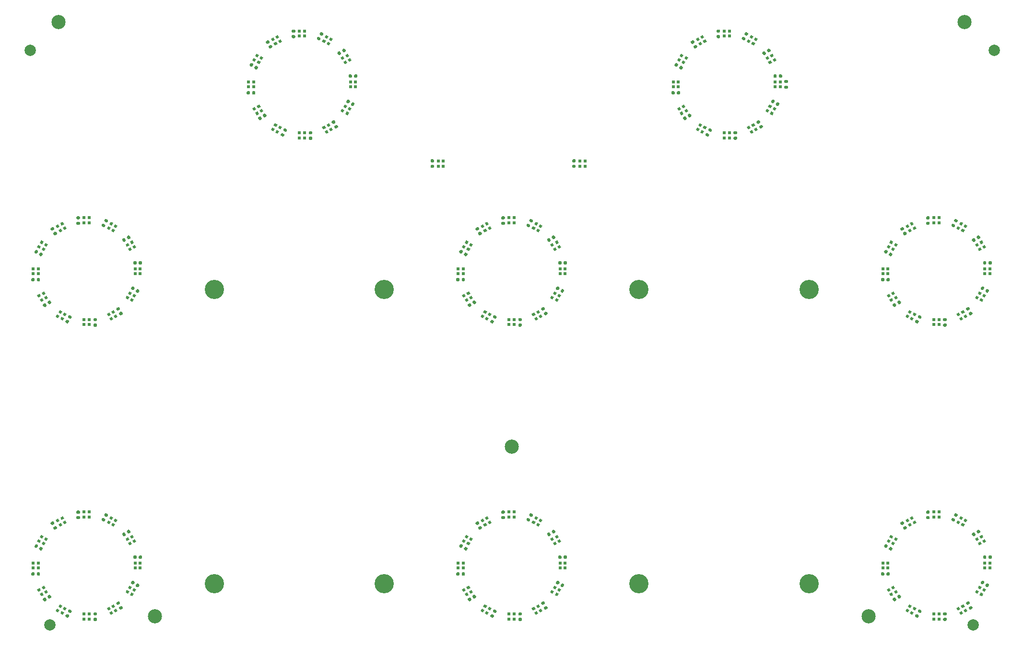
<source format=gts>
G04 #@! TF.GenerationSoftware,KiCad,Pcbnew,8.0.4+1*
G04 #@! TF.CreationDate,2024-10-16T16:48:19+00:00*
G04 #@! TF.ProjectId,pedalboard-display,70656461-6c62-46f6-9172-642d64697370,1.0.0*
G04 #@! TF.SameCoordinates,Original*
G04 #@! TF.FileFunction,Soldermask,Top*
G04 #@! TF.FilePolarity,Negative*
%FSLAX46Y46*%
G04 Gerber Fmt 4.6, Leading zero omitted, Abs format (unit mm)*
G04 Created by KiCad (PCBNEW 8.0.4+1) date 2024-10-16 16:48:19*
%MOMM*%
%LPD*%
G01*
G04 APERTURE LIST*
%ADD10C,2.000000*%
%ADD11R,0.500000X0.500000*%
%ADD12C,2.500000*%
%ADD13C,3.400000*%
G04 APERTURE END LIST*
D10*
X192200000Y-33000000D03*
G36*
G01*
X63662776Y-31359553D02*
X63957224Y-31189553D01*
G75*
G02*
X64148468Y-31240797I70000J-121244D01*
G01*
X64288468Y-31483285D01*
G75*
G02*
X64237224Y-31674529I-121244J-70000D01*
G01*
X63942776Y-31844529D01*
G75*
G02*
X63751532Y-31793285I-70000J121244D01*
G01*
X63611532Y-31550797D01*
G75*
G02*
X63662776Y-31359553I121244J70000D01*
G01*
G37*
G36*
G01*
X64142776Y-32190937D02*
X64437224Y-32020937D01*
G75*
G02*
X64628468Y-32072181I70000J-121244D01*
G01*
X64768468Y-32314669D01*
G75*
G02*
X64717224Y-32505913I-121244J-70000D01*
G01*
X64422776Y-32675913D01*
G75*
G02*
X64231532Y-32624669I-70000J121244D01*
G01*
X64091532Y-32382181D01*
G75*
G02*
X64142776Y-32190937I121244J70000D01*
G01*
G37*
G36*
G01*
X116760000Y-70360000D02*
X116760000Y-70700000D01*
G75*
G02*
X116620000Y-70840000I-140000J0D01*
G01*
X116340000Y-70840000D01*
G75*
G02*
X116200000Y-70700000I0J140000D01*
G01*
X116200000Y-70360000D01*
G75*
G02*
X116340000Y-70220000I140000J0D01*
G01*
X116620000Y-70220000D01*
G75*
G02*
X116760000Y-70360000I0J-140000D01*
G01*
G37*
G36*
G01*
X115800000Y-70360000D02*
X115800000Y-70700000D01*
G75*
G02*
X115660000Y-70840000I-140000J0D01*
G01*
X115380000Y-70840000D01*
G75*
G02*
X115240000Y-70700000I0J140000D01*
G01*
X115240000Y-70360000D01*
G75*
G02*
X115380000Y-70220000I140000J0D01*
G01*
X115660000Y-70220000D01*
G75*
G02*
X115800000Y-70360000I0J-140000D01*
G01*
G37*
G36*
X186676795Y-132500446D02*
G01*
X186243783Y-132750446D01*
X185993783Y-132317434D01*
X186426795Y-132067434D01*
X186676795Y-132500446D01*
G37*
G36*
X187456217Y-132050446D02*
G01*
X187023205Y-132300446D01*
X186773205Y-131867434D01*
X187206217Y-131617434D01*
X187456217Y-132050446D01*
G37*
G36*
X187006217Y-131271024D02*
G01*
X186573205Y-131521024D01*
X186323205Y-131088012D01*
X186756217Y-130838012D01*
X187006217Y-131271024D01*
G37*
G36*
X186226795Y-131721024D02*
G01*
X185793783Y-131971024D01*
X185543783Y-131538012D01*
X185976795Y-131288012D01*
X186226795Y-131721024D01*
G37*
G36*
X36676795Y-80500446D02*
G01*
X36243783Y-80750446D01*
X35993783Y-80317434D01*
X36426795Y-80067434D01*
X36676795Y-80500446D01*
G37*
G36*
X37456217Y-80050446D02*
G01*
X37023205Y-80300446D01*
X36773205Y-79867434D01*
X37206217Y-79617434D01*
X37456217Y-80050446D01*
G37*
G36*
X37006217Y-79271024D02*
G01*
X36573205Y-79521024D01*
X36323205Y-79088012D01*
X36756217Y-78838012D01*
X37006217Y-79271024D01*
G37*
G36*
X36226795Y-79721024D02*
G01*
X35793783Y-79971024D01*
X35543783Y-79538012D01*
X35976795Y-79288012D01*
X36226795Y-79721024D01*
G37*
D11*
X181550000Y-133450000D03*
X182450000Y-133450000D03*
X182450000Y-132550000D03*
X181550000Y-132550000D03*
G36*
X149676795Y-47500446D02*
G01*
X149243783Y-47750446D01*
X148993783Y-47317434D01*
X149426795Y-47067434D01*
X149676795Y-47500446D01*
G37*
G36*
X150456217Y-47050446D02*
G01*
X150023205Y-47300446D01*
X149773205Y-46867434D01*
X150206217Y-46617434D01*
X150456217Y-47050446D01*
G37*
G36*
X150006217Y-46271024D02*
G01*
X149573205Y-46521024D01*
X149323205Y-46088012D01*
X149756217Y-45838012D01*
X150006217Y-46271024D01*
G37*
G36*
X149226795Y-46721024D02*
G01*
X148793783Y-46971024D01*
X148543783Y-46538012D01*
X148976795Y-46288012D01*
X149226795Y-46721024D01*
G37*
X116450000Y-72450000D03*
X116450000Y-71550000D03*
X115550000Y-71550000D03*
X115550000Y-72450000D03*
G36*
G01*
X143330000Y-29300000D02*
X143670000Y-29300000D01*
G75*
G02*
X143810000Y-29440000I0J-140000D01*
G01*
X143810000Y-29720000D01*
G75*
G02*
X143670000Y-29860000I-140000J0D01*
G01*
X143330000Y-29860000D01*
G75*
G02*
X143190000Y-29720000I0J140000D01*
G01*
X143190000Y-29440000D01*
G75*
G02*
X143330000Y-29300000I140000J0D01*
G01*
G37*
G36*
G01*
X143330000Y-30260000D02*
X143670000Y-30260000D01*
G75*
G02*
X143810000Y-30400000I0J-140000D01*
G01*
X143810000Y-30680000D01*
G75*
G02*
X143670000Y-30820000I-140000J0D01*
G01*
X143330000Y-30820000D01*
G75*
G02*
X143190000Y-30680000I0J140000D01*
G01*
X143190000Y-30400000D01*
G75*
G02*
X143330000Y-30260000I140000J0D01*
G01*
G37*
G36*
G01*
X24426820Y-78277224D02*
X24256820Y-77982776D01*
G75*
G02*
X24308064Y-77791532I121244J70000D01*
G01*
X24550552Y-77651532D01*
G75*
G02*
X24741796Y-77702776I70000J-121244D01*
G01*
X24911796Y-77997224D01*
G75*
G02*
X24860552Y-78188468I-121244J-70000D01*
G01*
X24618064Y-78328468D01*
G75*
G02*
X24426820Y-78277224I-70000J121244D01*
G01*
G37*
G36*
G01*
X25258204Y-77797224D02*
X25088204Y-77502776D01*
G75*
G02*
X25139448Y-77311532I121244J70000D01*
G01*
X25381936Y-77171532D01*
G75*
G02*
X25573180Y-77222776I70000J-121244D01*
G01*
X25743180Y-77517224D01*
G75*
G02*
X25691936Y-77708468I-121244J-70000D01*
G01*
X25449448Y-77848468D01*
G75*
G02*
X25258204Y-77797224I-70000J121244D01*
G01*
G37*
G36*
X111676795Y-80500446D02*
G01*
X111243783Y-80750446D01*
X110993783Y-80317434D01*
X111426795Y-80067434D01*
X111676795Y-80500446D01*
G37*
G36*
X112456217Y-80050446D02*
G01*
X112023205Y-80300446D01*
X111773205Y-79867434D01*
X112206217Y-79617434D01*
X112456217Y-80050446D01*
G37*
G36*
X112006217Y-79271024D02*
G01*
X111573205Y-79521024D01*
X111323205Y-79088012D01*
X111756217Y-78838012D01*
X112006217Y-79271024D01*
G37*
G36*
X111226795Y-79721024D02*
G01*
X110793783Y-79971024D01*
X110543783Y-79538012D01*
X110976795Y-79288012D01*
X111226795Y-79721024D01*
G37*
G36*
G01*
X174426820Y-130277224D02*
X174256820Y-129982776D01*
G75*
G02*
X174308064Y-129791532I121244J70000D01*
G01*
X174550552Y-129651532D01*
G75*
G02*
X174741796Y-129702776I70000J-121244D01*
G01*
X174911796Y-129997224D01*
G75*
G02*
X174860552Y-130188468I-121244J-70000D01*
G01*
X174618064Y-130328468D01*
G75*
G02*
X174426820Y-130277224I-70000J121244D01*
G01*
G37*
G36*
G01*
X175258204Y-129797224D02*
X175088204Y-129502776D01*
G75*
G02*
X175139448Y-129311532I121244J70000D01*
G01*
X175381936Y-129171532D01*
G75*
G02*
X175573180Y-129222776I70000J-121244D01*
G01*
X175743180Y-129517224D01*
G75*
G02*
X175691936Y-129708468I-121244J-70000D01*
G01*
X175449448Y-129848468D01*
G75*
G02*
X175258204Y-129797224I-70000J121244D01*
G01*
G37*
X41450000Y-72450000D03*
X41450000Y-71550000D03*
X40550000Y-71550000D03*
X40550000Y-72450000D03*
G36*
G01*
X138662776Y-31359553D02*
X138957224Y-31189553D01*
G75*
G02*
X139148468Y-31240797I70000J-121244D01*
G01*
X139288468Y-31483285D01*
G75*
G02*
X139237224Y-31674529I-121244J-70000D01*
G01*
X138942776Y-31844529D01*
G75*
G02*
X138751532Y-31793285I-70000J121244D01*
G01*
X138611532Y-31550797D01*
G75*
G02*
X138662776Y-31359553I121244J70000D01*
G01*
G37*
G36*
G01*
X139142776Y-32190937D02*
X139437224Y-32020937D01*
G75*
G02*
X139628468Y-32072181I70000J-121244D01*
G01*
X139768468Y-32314669D01*
G75*
G02*
X139717224Y-32505913I-121244J-70000D01*
G01*
X139422776Y-32675913D01*
G75*
G02*
X139231532Y-32624669I-70000J121244D01*
G01*
X139091532Y-32382181D01*
G75*
G02*
X139142776Y-32190937I121244J70000D01*
G01*
G37*
G36*
G01*
X191760000Y-70360000D02*
X191760000Y-70700000D01*
G75*
G02*
X191620000Y-70840000I-140000J0D01*
G01*
X191340000Y-70840000D01*
G75*
G02*
X191200000Y-70700000I0J140000D01*
G01*
X191200000Y-70360000D01*
G75*
G02*
X191340000Y-70220000I140000J0D01*
G01*
X191620000Y-70220000D01*
G75*
G02*
X191760000Y-70360000I0J-140000D01*
G01*
G37*
G36*
G01*
X190800000Y-70360000D02*
X190800000Y-70700000D01*
G75*
G02*
X190660000Y-70840000I-140000J0D01*
G01*
X190380000Y-70840000D01*
G75*
G02*
X190240000Y-70700000I0J140000D01*
G01*
X190240000Y-70360000D01*
G75*
G02*
X190380000Y-70220000I140000J0D01*
G01*
X190660000Y-70220000D01*
G75*
G02*
X190800000Y-70360000I0J-140000D01*
G01*
G37*
G36*
X115300446Y-129023205D02*
G01*
X115050446Y-129456217D01*
X114617434Y-129206217D01*
X114867434Y-128773205D01*
X115300446Y-129023205D01*
G37*
G36*
X115750446Y-128243783D02*
G01*
X115500446Y-128676795D01*
X115067434Y-128426795D01*
X115317434Y-127993783D01*
X115750446Y-128243783D01*
G37*
G36*
X114971024Y-127793783D02*
G01*
X114721024Y-128226795D01*
X114288012Y-127976795D01*
X114538012Y-127543783D01*
X114971024Y-127793783D01*
G37*
G36*
X114521024Y-128573205D02*
G01*
X114271024Y-129006217D01*
X113838012Y-128756217D01*
X114088012Y-128323205D01*
X114521024Y-128573205D01*
G37*
G36*
X40500446Y-119323205D02*
G01*
X40750446Y-119756217D01*
X40317434Y-120006217D01*
X40067434Y-119573205D01*
X40500446Y-119323205D01*
G37*
G36*
X40050446Y-118543783D02*
G01*
X40300446Y-118976795D01*
X39867434Y-119226795D01*
X39617434Y-118793783D01*
X40050446Y-118543783D01*
G37*
G36*
X39271024Y-118993783D02*
G01*
X39521024Y-119426795D01*
X39088012Y-119676795D01*
X38838012Y-119243783D01*
X39271024Y-118993783D01*
G37*
G36*
X39721024Y-119773205D02*
G01*
X39971024Y-120206217D01*
X39538012Y-120456217D01*
X39288012Y-120023205D01*
X39721024Y-119773205D01*
G37*
X70450000Y-29550000D03*
X69550000Y-29550000D03*
X69550000Y-30450000D03*
X70450000Y-30450000D03*
G36*
X98699554Y-66976795D02*
G01*
X98949554Y-66543783D01*
X99382566Y-66793783D01*
X99132566Y-67226795D01*
X98699554Y-66976795D01*
G37*
G36*
X98249554Y-67756217D02*
G01*
X98499554Y-67323205D01*
X98932566Y-67573205D01*
X98682566Y-68006217D01*
X98249554Y-67756217D01*
G37*
G36*
X99028976Y-68206217D02*
G01*
X99278976Y-67773205D01*
X99711988Y-68023205D01*
X99461988Y-68456217D01*
X99028976Y-68206217D01*
G37*
G36*
X99478976Y-67426795D02*
G01*
X99728976Y-66993783D01*
X100161988Y-67243783D01*
X99911988Y-67676795D01*
X99478976Y-67426795D01*
G37*
X116450000Y-124450000D03*
X116450000Y-123550000D03*
X115550000Y-123550000D03*
X115550000Y-124450000D03*
X154450000Y-39450000D03*
X154450000Y-38550000D03*
X153550000Y-38550000D03*
X153550000Y-39450000D03*
G36*
X187023205Y-63699554D02*
G01*
X187456217Y-63949554D01*
X187206217Y-64382566D01*
X186773205Y-64132566D01*
X187023205Y-63699554D01*
G37*
G36*
X186243783Y-63249554D02*
G01*
X186676795Y-63499554D01*
X186426795Y-63932566D01*
X185993783Y-63682566D01*
X186243783Y-63249554D01*
G37*
G36*
X185793783Y-64028976D02*
G01*
X186226795Y-64278976D01*
X185976795Y-64711988D01*
X185543783Y-64461988D01*
X185793783Y-64028976D01*
G37*
G36*
X186573205Y-64478976D02*
G01*
X187006217Y-64728976D01*
X186756217Y-65161988D01*
X186323205Y-64911988D01*
X186573205Y-64478976D01*
G37*
G36*
G01*
X172240000Y-125670000D02*
X172240000Y-125330000D01*
G75*
G02*
X172380000Y-125190000I140000J0D01*
G01*
X172660000Y-125190000D01*
G75*
G02*
X172800000Y-125330000I0J-140000D01*
G01*
X172800000Y-125670000D01*
G75*
G02*
X172660000Y-125810000I-140000J0D01*
G01*
X172380000Y-125810000D01*
G75*
G02*
X172240000Y-125670000I0J140000D01*
G01*
G37*
G36*
G01*
X173200000Y-125670000D02*
X173200000Y-125330000D01*
G75*
G02*
X173340000Y-125190000I140000J0D01*
G01*
X173620000Y-125190000D01*
G75*
G02*
X173760000Y-125330000I0J-140000D01*
G01*
X173760000Y-125670000D01*
G75*
G02*
X173620000Y-125810000I-140000J0D01*
G01*
X173340000Y-125810000D01*
G75*
G02*
X173200000Y-125670000I0J140000D01*
G01*
G37*
X145450000Y-29550000D03*
X144550000Y-29550000D03*
X144550000Y-30450000D03*
X145450000Y-30450000D03*
G36*
G01*
X175662776Y-64359553D02*
X175957224Y-64189553D01*
G75*
G02*
X176148468Y-64240797I70000J-121244D01*
G01*
X176288468Y-64483285D01*
G75*
G02*
X176237224Y-64674529I-121244J-70000D01*
G01*
X175942776Y-64844529D01*
G75*
G02*
X175751532Y-64793285I-70000J121244D01*
G01*
X175611532Y-64550797D01*
G75*
G02*
X175662776Y-64359553I121244J70000D01*
G01*
G37*
G36*
G01*
X176142776Y-65190937D02*
X176437224Y-65020937D01*
G75*
G02*
X176628468Y-65072181I70000J-121244D01*
G01*
X176768468Y-65314669D01*
G75*
G02*
X176717224Y-65505913I-121244J-70000D01*
G01*
X176422776Y-65675913D01*
G75*
G02*
X176231532Y-65624669I-70000J121244D01*
G01*
X176091532Y-65382181D01*
G75*
G02*
X176142776Y-65190937I121244J70000D01*
G01*
G37*
X31550000Y-81450000D03*
X32450000Y-81450000D03*
X32450000Y-80550000D03*
X31550000Y-80550000D03*
G36*
G01*
X22756820Y-68567224D02*
X22926820Y-68272776D01*
G75*
G02*
X23118064Y-68221532I121244J-70000D01*
G01*
X23360552Y-68361532D01*
G75*
G02*
X23411796Y-68552776I-70000J-121244D01*
G01*
X23241796Y-68847224D01*
G75*
G02*
X23050552Y-68898468I-121244J70000D01*
G01*
X22808064Y-68758468D01*
G75*
G02*
X22756820Y-68567224I70000J121244D01*
G01*
G37*
G36*
G01*
X23588204Y-69047224D02*
X23758204Y-68752776D01*
G75*
G02*
X23949448Y-68701532I121244J-70000D01*
G01*
X24191936Y-68841532D01*
G75*
G02*
X24243180Y-69032776I-70000J-121244D01*
G01*
X24073180Y-69327224D01*
G75*
G02*
X23881936Y-69378468I-121244J70000D01*
G01*
X23639448Y-69238468D01*
G75*
G02*
X23588204Y-69047224I70000J121244D01*
G01*
G37*
G36*
X153300446Y-44023205D02*
G01*
X153050446Y-44456217D01*
X152617434Y-44206217D01*
X152867434Y-43773205D01*
X153300446Y-44023205D01*
G37*
G36*
X153750446Y-43243783D02*
G01*
X153500446Y-43676795D01*
X153067434Y-43426795D01*
X153317434Y-42993783D01*
X153750446Y-43243783D01*
G37*
G36*
X152971024Y-42793783D02*
G01*
X152721024Y-43226795D01*
X152288012Y-42976795D01*
X152538012Y-42543783D01*
X152971024Y-42793783D01*
G37*
G36*
X152521024Y-43573205D02*
G01*
X152271024Y-44006217D01*
X151838012Y-43756217D01*
X152088012Y-43323205D01*
X152521024Y-43573205D01*
G37*
G36*
X98699554Y-118976795D02*
G01*
X98949554Y-118543783D01*
X99382566Y-118793783D01*
X99132566Y-119226795D01*
X98699554Y-118976795D01*
G37*
G36*
X98249554Y-119756217D02*
G01*
X98499554Y-119323205D01*
X98932566Y-119573205D01*
X98682566Y-120006217D01*
X98249554Y-119756217D01*
G37*
G36*
X99028976Y-120206217D02*
G01*
X99278976Y-119773205D01*
X99711988Y-120023205D01*
X99461988Y-120456217D01*
X99028976Y-120206217D01*
G37*
G36*
X99478976Y-119426795D02*
G01*
X99728976Y-118993783D01*
X100161988Y-119243783D01*
X99911988Y-119676795D01*
X99478976Y-119426795D01*
G37*
G36*
X136499554Y-43676795D02*
G01*
X136249554Y-43243783D01*
X136682566Y-42993783D01*
X136932566Y-43426795D01*
X136499554Y-43676795D01*
G37*
G36*
X136949554Y-44456217D02*
G01*
X136699554Y-44023205D01*
X137132566Y-43773205D01*
X137382566Y-44206217D01*
X136949554Y-44456217D01*
G37*
G36*
X137728976Y-44006217D02*
G01*
X137478976Y-43573205D01*
X137911988Y-43323205D01*
X138161988Y-43756217D01*
X137728976Y-44006217D01*
G37*
G36*
X137278976Y-43226795D02*
G01*
X137028976Y-42793783D01*
X137461988Y-42543783D01*
X137711988Y-42976795D01*
X137278976Y-43226795D01*
G37*
G36*
G01*
X114573180Y-117722776D02*
X114743180Y-118017224D01*
G75*
G02*
X114691936Y-118208468I-121244J-70000D01*
G01*
X114449448Y-118348468D01*
G75*
G02*
X114258204Y-118297224I-70000J121244D01*
G01*
X114088204Y-118002776D01*
G75*
G02*
X114139448Y-117811532I121244J70000D01*
G01*
X114381936Y-117671532D01*
G75*
G02*
X114573180Y-117722776I70000J-121244D01*
G01*
G37*
G36*
G01*
X113741796Y-118202776D02*
X113911796Y-118497224D01*
G75*
G02*
X113860552Y-118688468I-121244J-70000D01*
G01*
X113618064Y-118828468D01*
G75*
G02*
X113426820Y-118777224I-70000J121244D01*
G01*
X113256820Y-118482776D01*
G75*
G02*
X113308064Y-118291532I121244J70000D01*
G01*
X113550552Y-118151532D01*
G75*
G02*
X113741796Y-118202776I70000J-121244D01*
G01*
G37*
X144550000Y-48450000D03*
X145450000Y-48450000D03*
X145450000Y-47550000D03*
X144550000Y-47550000D03*
G36*
X112023205Y-115699554D02*
G01*
X112456217Y-115949554D01*
X112206217Y-116382566D01*
X111773205Y-116132566D01*
X112023205Y-115699554D01*
G37*
G36*
X111243783Y-115249554D02*
G01*
X111676795Y-115499554D01*
X111426795Y-115932566D01*
X110993783Y-115682566D01*
X111243783Y-115249554D01*
G37*
G36*
X110793783Y-116028976D02*
G01*
X111226795Y-116278976D01*
X110976795Y-116711988D01*
X110543783Y-116461988D01*
X110793783Y-116028976D01*
G37*
G36*
X111573205Y-116478976D02*
G01*
X112006217Y-116728976D01*
X111756217Y-117161988D01*
X111323205Y-116911988D01*
X111573205Y-116478976D01*
G37*
X135550000Y-38550000D03*
X135550000Y-39450000D03*
X136450000Y-39450000D03*
X136450000Y-38550000D03*
G36*
G01*
X174426820Y-78277224D02*
X174256820Y-77982776D01*
G75*
G02*
X174308064Y-77791532I121244J70000D01*
G01*
X174550552Y-77651532D01*
G75*
G02*
X174741796Y-77702776I70000J-121244D01*
G01*
X174911796Y-77997224D01*
G75*
G02*
X174860552Y-78188468I-121244J-70000D01*
G01*
X174618064Y-78328468D01*
G75*
G02*
X174426820Y-78277224I-70000J121244D01*
G01*
G37*
G36*
G01*
X175258204Y-77797224D02*
X175088204Y-77502776D01*
G75*
G02*
X175139448Y-77311532I121244J70000D01*
G01*
X175381936Y-77171532D01*
G75*
G02*
X175573180Y-77222776I70000J-121244D01*
G01*
X175743180Y-77517224D01*
G75*
G02*
X175691936Y-77708468I-121244J-70000D01*
G01*
X175449448Y-77848468D01*
G75*
G02*
X175258204Y-77797224I-70000J121244D01*
G01*
G37*
G36*
X136699554Y-33976795D02*
G01*
X136949554Y-33543783D01*
X137382566Y-33793783D01*
X137132566Y-34226795D01*
X136699554Y-33976795D01*
G37*
G36*
X136249554Y-34756217D02*
G01*
X136499554Y-34323205D01*
X136932566Y-34573205D01*
X136682566Y-35006217D01*
X136249554Y-34756217D01*
G37*
G36*
X137028976Y-35206217D02*
G01*
X137278976Y-34773205D01*
X137711988Y-35023205D01*
X137461988Y-35456217D01*
X137028976Y-35206217D01*
G37*
G36*
X137478976Y-34426795D02*
G01*
X137728976Y-33993783D01*
X138161988Y-34243783D01*
X137911988Y-34676795D01*
X137478976Y-34426795D01*
G37*
D12*
X170000000Y-133000000D03*
X187000000Y-28000000D03*
D11*
X182450000Y-62550000D03*
X181550000Y-62550000D03*
X181550000Y-63450000D03*
X182450000Y-63450000D03*
G36*
X102323205Y-63499554D02*
G01*
X102756217Y-63249554D01*
X103006217Y-63682566D01*
X102573205Y-63932566D01*
X102323205Y-63499554D01*
G37*
G36*
X101543783Y-63949554D02*
G01*
X101976795Y-63699554D01*
X102226795Y-64132566D01*
X101793783Y-64382566D01*
X101543783Y-63949554D01*
G37*
G36*
X101993783Y-64728976D02*
G01*
X102426795Y-64478976D01*
X102676795Y-64911988D01*
X102243783Y-65161988D01*
X101993783Y-64728976D01*
G37*
G36*
X102773205Y-64278976D02*
G01*
X103206217Y-64028976D01*
X103456217Y-64461988D01*
X103023205Y-64711988D01*
X102773205Y-64278976D01*
G37*
D10*
X22000000Y-33000000D03*
G36*
G01*
X172240000Y-73670000D02*
X172240000Y-73330000D01*
G75*
G02*
X172380000Y-73190000I140000J0D01*
G01*
X172660000Y-73190000D01*
G75*
G02*
X172800000Y-73330000I0J-140000D01*
G01*
X172800000Y-73670000D01*
G75*
G02*
X172660000Y-73810000I-140000J0D01*
G01*
X172380000Y-73810000D01*
G75*
G02*
X172240000Y-73670000I0J140000D01*
G01*
G37*
G36*
G01*
X173200000Y-73670000D02*
X173200000Y-73330000D01*
G75*
G02*
X173340000Y-73190000I140000J0D01*
G01*
X173620000Y-73190000D01*
G75*
G02*
X173760000Y-73330000I0J-140000D01*
G01*
X173760000Y-73670000D01*
G75*
G02*
X173620000Y-73810000I-140000J0D01*
G01*
X173340000Y-73810000D01*
G75*
G02*
X173200000Y-73670000I0J140000D01*
G01*
G37*
G36*
X74676795Y-47500446D02*
G01*
X74243783Y-47750446D01*
X73993783Y-47317434D01*
X74426795Y-47067434D01*
X74676795Y-47500446D01*
G37*
G36*
X75456217Y-47050446D02*
G01*
X75023205Y-47300446D01*
X74773205Y-46867434D01*
X75206217Y-46617434D01*
X75456217Y-47050446D01*
G37*
G36*
X75006217Y-46271024D02*
G01*
X74573205Y-46521024D01*
X74323205Y-46088012D01*
X74756217Y-45838012D01*
X75006217Y-46271024D01*
G37*
G36*
X74226795Y-46721024D02*
G01*
X73793783Y-46971024D01*
X73543783Y-46538012D01*
X73976795Y-46288012D01*
X74226795Y-46721024D01*
G37*
G36*
X23499554Y-128676795D02*
G01*
X23249554Y-128243783D01*
X23682566Y-127993783D01*
X23932566Y-128426795D01*
X23499554Y-128676795D01*
G37*
G36*
X23949554Y-129456217D02*
G01*
X23699554Y-129023205D01*
X24132566Y-128773205D01*
X24382566Y-129206217D01*
X23949554Y-129456217D01*
G37*
G36*
X24728976Y-129006217D02*
G01*
X24478976Y-128573205D01*
X24911988Y-128323205D01*
X25161988Y-128756217D01*
X24728976Y-129006217D01*
G37*
G36*
X24278976Y-128226795D02*
G01*
X24028976Y-127793783D01*
X24461988Y-127543783D01*
X24711988Y-127976795D01*
X24278976Y-128226795D01*
G37*
G36*
G01*
X38327224Y-131640447D02*
X38032776Y-131810447D01*
G75*
G02*
X37841532Y-131759203I-70000J121244D01*
G01*
X37701532Y-131516715D01*
G75*
G02*
X37752776Y-131325471I121244J70000D01*
G01*
X38047224Y-131155471D01*
G75*
G02*
X38238468Y-131206715I70000J-121244D01*
G01*
X38378468Y-131449203D01*
G75*
G02*
X38327224Y-131640447I-121244J-70000D01*
G01*
G37*
G36*
G01*
X37847224Y-130809063D02*
X37552776Y-130979063D01*
G75*
G02*
X37361532Y-130927819I-70000J121244D01*
G01*
X37221532Y-130685331D01*
G75*
G02*
X37272776Y-130494087I121244J70000D01*
G01*
X37567224Y-130324087D01*
G75*
G02*
X37758468Y-130375331I70000J-121244D01*
G01*
X37898468Y-130617819D01*
G75*
G02*
X37847224Y-130809063I-121244J-70000D01*
G01*
G37*
G36*
G01*
X185432776Y-114756820D02*
X185727224Y-114926820D01*
G75*
G02*
X185778468Y-115118064I-70000J-121244D01*
G01*
X185638468Y-115360552D01*
G75*
G02*
X185447224Y-115411796I-121244J70000D01*
G01*
X185152776Y-115241796D01*
G75*
G02*
X185101532Y-115050552I70000J121244D01*
G01*
X185241532Y-114808064D01*
G75*
G02*
X185432776Y-114756820I121244J-70000D01*
G01*
G37*
G36*
G01*
X184952776Y-115588204D02*
X185247224Y-115758204D01*
G75*
G02*
X185298468Y-115949448I-70000J-121244D01*
G01*
X185158468Y-116191936D01*
G75*
G02*
X184967224Y-116243180I-121244J70000D01*
G01*
X184672776Y-116073180D01*
G75*
G02*
X184621532Y-115881936I70000J121244D01*
G01*
X184761532Y-115639448D01*
G75*
G02*
X184952776Y-115588204I121244J-70000D01*
G01*
G37*
D11*
X60550000Y-38550000D03*
X60550000Y-39450000D03*
X61450000Y-39450000D03*
X61450000Y-38550000D03*
G36*
G01*
X60756820Y-35567224D02*
X60926820Y-35272776D01*
G75*
G02*
X61118064Y-35221532I121244J-70000D01*
G01*
X61360552Y-35361532D01*
G75*
G02*
X61411796Y-35552776I-70000J-121244D01*
G01*
X61241796Y-35847224D01*
G75*
G02*
X61050552Y-35898468I-121244J70000D01*
G01*
X60808064Y-35758468D01*
G75*
G02*
X60756820Y-35567224I70000J121244D01*
G01*
G37*
G36*
G01*
X61588204Y-36047224D02*
X61758204Y-35752776D01*
G75*
G02*
X61949448Y-35701532I121244J-70000D01*
G01*
X62191936Y-35841532D01*
G75*
G02*
X62243180Y-36032776I-70000J-121244D01*
G01*
X62073180Y-36327224D01*
G75*
G02*
X61881936Y-36378468I-121244J70000D01*
G01*
X61639448Y-36238468D01*
G75*
G02*
X61588204Y-36047224I70000J121244D01*
G01*
G37*
G36*
G01*
X97756820Y-120567224D02*
X97926820Y-120272776D01*
G75*
G02*
X98118064Y-120221532I121244J-70000D01*
G01*
X98360552Y-120361532D01*
G75*
G02*
X98411796Y-120552776I-70000J-121244D01*
G01*
X98241796Y-120847224D01*
G75*
G02*
X98050552Y-120898468I-121244J70000D01*
G01*
X97808064Y-120758468D01*
G75*
G02*
X97756820Y-120567224I70000J121244D01*
G01*
G37*
G36*
G01*
X98588204Y-121047224D02*
X98758204Y-120752776D01*
G75*
G02*
X98949448Y-120701532I121244J-70000D01*
G01*
X99191936Y-120841532D01*
G75*
G02*
X99243180Y-121032776I-70000J-121244D01*
G01*
X99073180Y-121327224D01*
G75*
G02*
X98881936Y-121378468I-121244J70000D01*
G01*
X98639448Y-121238468D01*
G75*
G02*
X98588204Y-121047224I70000J121244D01*
G01*
G37*
X181550000Y-81450000D03*
X182450000Y-81450000D03*
X182450000Y-80550000D03*
X181550000Y-80550000D03*
G36*
X115500446Y-67323205D02*
G01*
X115750446Y-67756217D01*
X115317434Y-68006217D01*
X115067434Y-67573205D01*
X115500446Y-67323205D01*
G37*
G36*
X115050446Y-66543783D02*
G01*
X115300446Y-66976795D01*
X114867434Y-67226795D01*
X114617434Y-66793783D01*
X115050446Y-66543783D01*
G37*
G36*
X114271024Y-66993783D02*
G01*
X114521024Y-67426795D01*
X114088012Y-67676795D01*
X113838012Y-67243783D01*
X114271024Y-66993783D01*
G37*
G36*
X114721024Y-67773205D02*
G01*
X114971024Y-68206217D01*
X114538012Y-68456217D01*
X114288012Y-68023205D01*
X114721024Y-67773205D01*
G37*
G36*
G01*
X135240000Y-40670000D02*
X135240000Y-40330000D01*
G75*
G02*
X135380000Y-40190000I140000J0D01*
G01*
X135660000Y-40190000D01*
G75*
G02*
X135800000Y-40330000I0J-140000D01*
G01*
X135800000Y-40670000D01*
G75*
G02*
X135660000Y-40810000I-140000J0D01*
G01*
X135380000Y-40810000D01*
G75*
G02*
X135240000Y-40670000I0J140000D01*
G01*
G37*
G36*
G01*
X136200000Y-40670000D02*
X136200000Y-40330000D01*
G75*
G02*
X136340000Y-40190000I140000J0D01*
G01*
X136620000Y-40190000D01*
G75*
G02*
X136760000Y-40330000I0J-140000D01*
G01*
X136760000Y-40670000D01*
G75*
G02*
X136620000Y-40810000I-140000J0D01*
G01*
X136340000Y-40810000D01*
G75*
G02*
X136200000Y-40670000I0J140000D01*
G01*
G37*
G36*
G01*
X105330000Y-62300000D02*
X105670000Y-62300000D01*
G75*
G02*
X105810000Y-62440000I0J-140000D01*
G01*
X105810000Y-62720000D01*
G75*
G02*
X105670000Y-62860000I-140000J0D01*
G01*
X105330000Y-62860000D01*
G75*
G02*
X105190000Y-62720000I0J140000D01*
G01*
X105190000Y-62440000D01*
G75*
G02*
X105330000Y-62300000I140000J0D01*
G01*
G37*
G36*
G01*
X105330000Y-63260000D02*
X105670000Y-63260000D01*
G75*
G02*
X105810000Y-63400000I0J-140000D01*
G01*
X105810000Y-63680000D01*
G75*
G02*
X105670000Y-63820000I-140000J0D01*
G01*
X105330000Y-63820000D01*
G75*
G02*
X105190000Y-63680000I0J140000D01*
G01*
X105190000Y-63400000D01*
G75*
G02*
X105330000Y-63260000I140000J0D01*
G01*
G37*
X31550000Y-133450000D03*
X32450000Y-133450000D03*
X32450000Y-132550000D03*
X31550000Y-132550000D03*
G36*
X186676795Y-80500446D02*
G01*
X186243783Y-80750446D01*
X185993783Y-80317434D01*
X186426795Y-80067434D01*
X186676795Y-80500446D01*
G37*
G36*
X187456217Y-80050446D02*
G01*
X187023205Y-80300446D01*
X186773205Y-79867434D01*
X187206217Y-79617434D01*
X187456217Y-80050446D01*
G37*
G36*
X187006217Y-79271024D02*
G01*
X186573205Y-79521024D01*
X186323205Y-79088012D01*
X186756217Y-78838012D01*
X187006217Y-79271024D01*
G37*
G36*
X186226795Y-79721024D02*
G01*
X185793783Y-79971024D01*
X185543783Y-79538012D01*
X185976795Y-79288012D01*
X186226795Y-79721024D01*
G37*
G36*
X176976795Y-80300446D02*
G01*
X176543783Y-80050446D01*
X176793783Y-79617434D01*
X177226795Y-79867434D01*
X176976795Y-80300446D01*
G37*
G36*
X177756217Y-80750446D02*
G01*
X177323205Y-80500446D01*
X177573205Y-80067434D01*
X178006217Y-80317434D01*
X177756217Y-80750446D01*
G37*
G36*
X178206217Y-79971024D02*
G01*
X177773205Y-79721024D01*
X178023205Y-79288012D01*
X178456217Y-79538012D01*
X178206217Y-79971024D01*
G37*
G36*
X177426795Y-79521024D02*
G01*
X176993783Y-79271024D01*
X177243783Y-78838012D01*
X177676795Y-79088012D01*
X177426795Y-79521024D01*
G37*
X32450000Y-114550000D03*
X31550000Y-114550000D03*
X31550000Y-115450000D03*
X32450000Y-115450000D03*
G36*
X101976795Y-132300446D02*
G01*
X101543783Y-132050446D01*
X101793783Y-131617434D01*
X102226795Y-131867434D01*
X101976795Y-132300446D01*
G37*
G36*
X102756217Y-132750446D02*
G01*
X102323205Y-132500446D01*
X102573205Y-132067434D01*
X103006217Y-132317434D01*
X102756217Y-132750446D01*
G37*
G36*
X103206217Y-131971024D02*
G01*
X102773205Y-131721024D01*
X103023205Y-131288012D01*
X103456217Y-131538012D01*
X103206217Y-131971024D01*
G37*
G36*
X102426795Y-131521024D02*
G01*
X101993783Y-131271024D01*
X102243783Y-130838012D01*
X102676795Y-131088012D01*
X102426795Y-131521024D01*
G37*
G36*
G01*
X191760000Y-122360000D02*
X191760000Y-122700000D01*
G75*
G02*
X191620000Y-122840000I-140000J0D01*
G01*
X191340000Y-122840000D01*
G75*
G02*
X191200000Y-122700000I0J140000D01*
G01*
X191200000Y-122360000D01*
G75*
G02*
X191340000Y-122220000I140000J0D01*
G01*
X191620000Y-122220000D01*
G75*
G02*
X191760000Y-122360000I0J-140000D01*
G01*
G37*
G36*
G01*
X190800000Y-122360000D02*
X190800000Y-122700000D01*
G75*
G02*
X190660000Y-122840000I-140000J0D01*
G01*
X190380000Y-122840000D01*
G75*
G02*
X190240000Y-122700000I0J140000D01*
G01*
X190240000Y-122360000D01*
G75*
G02*
X190380000Y-122220000I140000J0D01*
G01*
X190660000Y-122220000D01*
G75*
G02*
X190800000Y-122360000I0J-140000D01*
G01*
G37*
G36*
G01*
X41760000Y-70360000D02*
X41760000Y-70700000D01*
G75*
G02*
X41620000Y-70840000I-140000J0D01*
G01*
X41340000Y-70840000D01*
G75*
G02*
X41200000Y-70700000I0J140000D01*
G01*
X41200000Y-70360000D01*
G75*
G02*
X41340000Y-70220000I140000J0D01*
G01*
X41620000Y-70220000D01*
G75*
G02*
X41760000Y-70360000I0J-140000D01*
G01*
G37*
G36*
G01*
X40800000Y-70360000D02*
X40800000Y-70700000D01*
G75*
G02*
X40660000Y-70840000I-140000J0D01*
G01*
X40380000Y-70840000D01*
G75*
G02*
X40240000Y-70700000I0J140000D01*
G01*
X40240000Y-70360000D01*
G75*
G02*
X40380000Y-70220000I140000J0D01*
G01*
X40660000Y-70220000D01*
G75*
G02*
X40800000Y-70360000I0J-140000D01*
G01*
G37*
G36*
G01*
X191293180Y-127482776D02*
X191123180Y-127777224D01*
G75*
G02*
X190931936Y-127828468I-121244J70000D01*
G01*
X190689448Y-127688468D01*
G75*
G02*
X190638204Y-127497224I70000J121244D01*
G01*
X190808204Y-127202776D01*
G75*
G02*
X190999448Y-127151532I121244J-70000D01*
G01*
X191241936Y-127291532D01*
G75*
G02*
X191293180Y-127482776I-70000J-121244D01*
G01*
G37*
G36*
G01*
X190461796Y-127002776D02*
X190291796Y-127297224D01*
G75*
G02*
X190100552Y-127348468I-121244J70000D01*
G01*
X189858064Y-127208468D01*
G75*
G02*
X189806820Y-127017224I70000J121244D01*
G01*
X189976820Y-126722776D01*
G75*
G02*
X190168064Y-126671532I121244J-70000D01*
G01*
X190410552Y-126811532D01*
G75*
G02*
X190461796Y-127002776I-70000J-121244D01*
G01*
G37*
X191450000Y-72450000D03*
X191450000Y-71550000D03*
X190550000Y-71550000D03*
X190550000Y-72450000D03*
G36*
G01*
X28567224Y-133243180D02*
X28272776Y-133073180D01*
G75*
G02*
X28221532Y-132881936I70000J121244D01*
G01*
X28361532Y-132639448D01*
G75*
G02*
X28552776Y-132588204I121244J-70000D01*
G01*
X28847224Y-132758204D01*
G75*
G02*
X28898468Y-132949448I-70000J-121244D01*
G01*
X28758468Y-133191936D01*
G75*
G02*
X28567224Y-133243180I-121244J70000D01*
G01*
G37*
G36*
G01*
X29047224Y-132411796D02*
X28752776Y-132241796D01*
G75*
G02*
X28701532Y-132050552I70000J121244D01*
G01*
X28841532Y-131808064D01*
G75*
G02*
X29032776Y-131756820I121244J-70000D01*
G01*
X29327224Y-131926820D01*
G75*
G02*
X29378468Y-132118064I-70000J-121244D01*
G01*
X29238468Y-132360552D01*
G75*
G02*
X29047224Y-132411796I-121244J70000D01*
G01*
G37*
G36*
G01*
X178567224Y-81243180D02*
X178272776Y-81073180D01*
G75*
G02*
X178221532Y-80881936I70000J121244D01*
G01*
X178361532Y-80639448D01*
G75*
G02*
X178552776Y-80588204I121244J-70000D01*
G01*
X178847224Y-80758204D01*
G75*
G02*
X178898468Y-80949448I-70000J-121244D01*
G01*
X178758468Y-81191936D01*
G75*
G02*
X178567224Y-81243180I-121244J70000D01*
G01*
G37*
G36*
G01*
X179047224Y-80411796D02*
X178752776Y-80241796D01*
G75*
G02*
X178701532Y-80050552I70000J121244D01*
G01*
X178841532Y-79808064D01*
G75*
G02*
X179032776Y-79756820I121244J-70000D01*
G01*
X179327224Y-79926820D01*
G75*
G02*
X179378468Y-80118064I-70000J-121244D01*
G01*
X179238468Y-80360552D01*
G75*
G02*
X179047224Y-80411796I-121244J70000D01*
G01*
G37*
G36*
X36676795Y-132500446D02*
G01*
X36243783Y-132750446D01*
X35993783Y-132317434D01*
X36426795Y-132067434D01*
X36676795Y-132500446D01*
G37*
G36*
X37456217Y-132050446D02*
G01*
X37023205Y-132300446D01*
X36773205Y-131867434D01*
X37206217Y-131617434D01*
X37456217Y-132050446D01*
G37*
G36*
X37006217Y-131271024D02*
G01*
X36573205Y-131521024D01*
X36323205Y-131088012D01*
X36756217Y-130838012D01*
X37006217Y-131271024D01*
G37*
G36*
X36226795Y-131721024D02*
G01*
X35793783Y-131971024D01*
X35543783Y-131538012D01*
X35976795Y-131288012D01*
X36226795Y-131721024D01*
G37*
G36*
G01*
X137426820Y-45277224D02*
X137256820Y-44982776D01*
G75*
G02*
X137308064Y-44791532I121244J70000D01*
G01*
X137550552Y-44651532D01*
G75*
G02*
X137741796Y-44702776I70000J-121244D01*
G01*
X137911796Y-44997224D01*
G75*
G02*
X137860552Y-45188468I-121244J-70000D01*
G01*
X137618064Y-45328468D01*
G75*
G02*
X137426820Y-45277224I-70000J121244D01*
G01*
G37*
G36*
G01*
X138258204Y-44797224D02*
X138088204Y-44502776D01*
G75*
G02*
X138139448Y-44311532I121244J70000D01*
G01*
X138381936Y-44171532D01*
G75*
G02*
X138573180Y-44222776I70000J-121244D01*
G01*
X138743180Y-44517224D01*
G75*
G02*
X138691936Y-44708468I-121244J-70000D01*
G01*
X138449448Y-44848468D01*
G75*
G02*
X138258204Y-44797224I-70000J121244D01*
G01*
G37*
G36*
X78300446Y-44023205D02*
G01*
X78050446Y-44456217D01*
X77617434Y-44206217D01*
X77867434Y-43773205D01*
X78300446Y-44023205D01*
G37*
G36*
X78750446Y-43243783D02*
G01*
X78500446Y-43676795D01*
X78067434Y-43426795D01*
X78317434Y-42993783D01*
X78750446Y-43243783D01*
G37*
G36*
X77971024Y-42793783D02*
G01*
X77721024Y-43226795D01*
X77288012Y-42976795D01*
X77538012Y-42543783D01*
X77971024Y-42793783D01*
G37*
G36*
X77521024Y-43573205D02*
G01*
X77271024Y-44006217D01*
X76838012Y-43756217D01*
X77088012Y-43323205D01*
X77521024Y-43573205D01*
G37*
G36*
G01*
X92830000Y-52240000D02*
X93170000Y-52240000D01*
G75*
G02*
X93310000Y-52380000I0J-140000D01*
G01*
X93310000Y-52660000D01*
G75*
G02*
X93170000Y-52800000I-140000J0D01*
G01*
X92830000Y-52800000D01*
G75*
G02*
X92690000Y-52660000I0J140000D01*
G01*
X92690000Y-52380000D01*
G75*
G02*
X92830000Y-52240000I140000J0D01*
G01*
G37*
G36*
G01*
X92830000Y-53200000D02*
X93170000Y-53200000D01*
G75*
G02*
X93310000Y-53340000I0J-140000D01*
G01*
X93310000Y-53620000D01*
G75*
G02*
X93170000Y-53760000I-140000J0D01*
G01*
X92830000Y-53760000D01*
G75*
G02*
X92690000Y-53620000I0J140000D01*
G01*
X92690000Y-53340000D01*
G75*
G02*
X92830000Y-53200000I140000J0D01*
G01*
G37*
G36*
G01*
X39573180Y-117722776D02*
X39743180Y-118017224D01*
G75*
G02*
X39691936Y-118208468I-121244J-70000D01*
G01*
X39449448Y-118348468D01*
G75*
G02*
X39258204Y-118297224I-70000J121244D01*
G01*
X39088204Y-118002776D01*
G75*
G02*
X39139448Y-117811532I121244J70000D01*
G01*
X39381936Y-117671532D01*
G75*
G02*
X39573180Y-117722776I70000J-121244D01*
G01*
G37*
G36*
G01*
X38741796Y-118202776D02*
X38911796Y-118497224D01*
G75*
G02*
X38860552Y-118688468I-121244J-70000D01*
G01*
X38618064Y-118828468D01*
G75*
G02*
X38426820Y-118777224I-70000J121244D01*
G01*
X38256820Y-118482776D01*
G75*
G02*
X38308064Y-118291532I121244J70000D01*
G01*
X38550552Y-118151532D01*
G75*
G02*
X38741796Y-118202776I70000J-121244D01*
G01*
G37*
G36*
X173699554Y-66976795D02*
G01*
X173949554Y-66543783D01*
X174382566Y-66793783D01*
X174132566Y-67226795D01*
X173699554Y-66976795D01*
G37*
G36*
X173249554Y-67756217D02*
G01*
X173499554Y-67323205D01*
X173932566Y-67573205D01*
X173682566Y-68006217D01*
X173249554Y-67756217D01*
G37*
G36*
X174028976Y-68206217D02*
G01*
X174278976Y-67773205D01*
X174711988Y-68023205D01*
X174461988Y-68456217D01*
X174028976Y-68206217D01*
G37*
G36*
X174478976Y-67426795D02*
G01*
X174728976Y-66993783D01*
X175161988Y-67243783D01*
X174911988Y-67676795D01*
X174478976Y-67426795D01*
G37*
X41450000Y-124450000D03*
X41450000Y-123550000D03*
X40550000Y-123550000D03*
X40550000Y-124450000D03*
G36*
G01*
X141567224Y-48243180D02*
X141272776Y-48073180D01*
G75*
G02*
X141221532Y-47881936I70000J121244D01*
G01*
X141361532Y-47639448D01*
G75*
G02*
X141552776Y-47588204I121244J-70000D01*
G01*
X141847224Y-47758204D01*
G75*
G02*
X141898468Y-47949448I-70000J-121244D01*
G01*
X141758468Y-48191936D01*
G75*
G02*
X141567224Y-48243180I-121244J70000D01*
G01*
G37*
G36*
G01*
X142047224Y-47411796D02*
X141752776Y-47241796D01*
G75*
G02*
X141701532Y-47050552I70000J121244D01*
G01*
X141841532Y-46808064D01*
G75*
G02*
X142032776Y-46756820I121244J-70000D01*
G01*
X142327224Y-46926820D01*
G75*
G02*
X142378468Y-47118064I-70000J-121244D01*
G01*
X142238468Y-47360552D01*
G75*
G02*
X142047224Y-47411796I-121244J70000D01*
G01*
G37*
D13*
X54500000Y-75200000D03*
X54500000Y-127200000D03*
X84500000Y-75200000D03*
X84500000Y-127200000D03*
D11*
X172550000Y-71550000D03*
X172550000Y-72450000D03*
X173450000Y-72450000D03*
X173450000Y-71550000D03*
G36*
X65323205Y-30499554D02*
G01*
X65756217Y-30249554D01*
X66006217Y-30682566D01*
X65573205Y-30932566D01*
X65323205Y-30499554D01*
G37*
G36*
X64543783Y-30949554D02*
G01*
X64976795Y-30699554D01*
X65226795Y-31132566D01*
X64793783Y-31382566D01*
X64543783Y-30949554D01*
G37*
G36*
X64993783Y-31728976D02*
G01*
X65426795Y-31478976D01*
X65676795Y-31911988D01*
X65243783Y-32161988D01*
X64993783Y-31728976D01*
G37*
G36*
X65773205Y-31278976D02*
G01*
X66206217Y-31028976D01*
X66456217Y-31461988D01*
X66023205Y-31711988D01*
X65773205Y-31278976D01*
G37*
G36*
X23699554Y-66976795D02*
G01*
X23949554Y-66543783D01*
X24382566Y-66793783D01*
X24132566Y-67226795D01*
X23699554Y-66976795D01*
G37*
G36*
X23249554Y-67756217D02*
G01*
X23499554Y-67323205D01*
X23932566Y-67573205D01*
X23682566Y-68006217D01*
X23249554Y-67756217D01*
G37*
G36*
X24028976Y-68206217D02*
G01*
X24278976Y-67773205D01*
X24711988Y-68023205D01*
X24461988Y-68456217D01*
X24028976Y-68206217D01*
G37*
G36*
X24478976Y-67426795D02*
G01*
X24728976Y-66993783D01*
X25161988Y-67243783D01*
X24911988Y-67676795D01*
X24478976Y-67426795D01*
G37*
X106550000Y-133450000D03*
X107450000Y-133450000D03*
X107450000Y-132550000D03*
X106550000Y-132550000D03*
G36*
G01*
X172756820Y-68567224D02*
X172926820Y-68272776D01*
G75*
G02*
X173118064Y-68221532I121244J-70000D01*
G01*
X173360552Y-68361532D01*
G75*
G02*
X173411796Y-68552776I-70000J-121244D01*
G01*
X173241796Y-68847224D01*
G75*
G02*
X173050552Y-68898468I-121244J70000D01*
G01*
X172808064Y-68758468D01*
G75*
G02*
X172756820Y-68567224I70000J121244D01*
G01*
G37*
G36*
G01*
X173588204Y-69047224D02*
X173758204Y-68752776D01*
G75*
G02*
X173949448Y-68701532I121244J-70000D01*
G01*
X174191936Y-68841532D01*
G75*
G02*
X174243180Y-69032776I-70000J-121244D01*
G01*
X174073180Y-69327224D01*
G75*
G02*
X173881936Y-69378468I-121244J70000D01*
G01*
X173639448Y-69238468D01*
G75*
G02*
X173588204Y-69047224I70000J121244D01*
G01*
G37*
X106550000Y-81450000D03*
X107450000Y-81450000D03*
X107450000Y-80550000D03*
X106550000Y-80550000D03*
D12*
X44000000Y-133000000D03*
D11*
X191450000Y-124450000D03*
X191450000Y-123550000D03*
X190550000Y-123550000D03*
X190550000Y-124450000D03*
X69550000Y-48450000D03*
X70450000Y-48450000D03*
X70450000Y-47550000D03*
X69550000Y-47550000D03*
G36*
G01*
X79293180Y-42482776D02*
X79123180Y-42777224D01*
G75*
G02*
X78931936Y-42828468I-121244J70000D01*
G01*
X78689448Y-42688468D01*
G75*
G02*
X78638204Y-42497224I70000J121244D01*
G01*
X78808204Y-42202776D01*
G75*
G02*
X78999448Y-42151532I121244J-70000D01*
G01*
X79241936Y-42291532D01*
G75*
G02*
X79293180Y-42482776I-70000J-121244D01*
G01*
G37*
G36*
G01*
X78461796Y-42002776D02*
X78291796Y-42297224D01*
G75*
G02*
X78100552Y-42348468I-121244J70000D01*
G01*
X77858064Y-42208468D01*
G75*
G02*
X77806820Y-42017224I70000J121244D01*
G01*
X77976820Y-41722776D01*
G75*
G02*
X78168064Y-41671532I121244J-70000D01*
G01*
X78410552Y-41811532D01*
G75*
G02*
X78461796Y-42002776I-70000J-121244D01*
G01*
G37*
G36*
G01*
X97240000Y-73670000D02*
X97240000Y-73330000D01*
G75*
G02*
X97380000Y-73190000I140000J0D01*
G01*
X97660000Y-73190000D01*
G75*
G02*
X97800000Y-73330000I0J-140000D01*
G01*
X97800000Y-73670000D01*
G75*
G02*
X97660000Y-73810000I-140000J0D01*
G01*
X97380000Y-73810000D01*
G75*
G02*
X97240000Y-73670000I0J140000D01*
G01*
G37*
G36*
G01*
X98200000Y-73670000D02*
X98200000Y-73330000D01*
G75*
G02*
X98340000Y-73190000I140000J0D01*
G01*
X98620000Y-73190000D01*
G75*
G02*
X98760000Y-73330000I0J-140000D01*
G01*
X98760000Y-73670000D01*
G75*
G02*
X98620000Y-73810000I-140000J0D01*
G01*
X98340000Y-73810000D01*
G75*
G02*
X98200000Y-73670000I0J140000D01*
G01*
G37*
G36*
G01*
X35432776Y-114756820D02*
X35727224Y-114926820D01*
G75*
G02*
X35778468Y-115118064I-70000J-121244D01*
G01*
X35638468Y-115360552D01*
G75*
G02*
X35447224Y-115411796I-121244J70000D01*
G01*
X35152776Y-115241796D01*
G75*
G02*
X35101532Y-115050552I70000J121244D01*
G01*
X35241532Y-114808064D01*
G75*
G02*
X35432776Y-114756820I121244J-70000D01*
G01*
G37*
G36*
G01*
X34952776Y-115588204D02*
X35247224Y-115758204D01*
G75*
G02*
X35298468Y-115949448I-70000J-121244D01*
G01*
X35158468Y-116191936D01*
G75*
G02*
X34967224Y-116243180I-121244J70000D01*
G01*
X34672776Y-116073180D01*
G75*
G02*
X34621532Y-115881936I70000J121244D01*
G01*
X34761532Y-115639448D01*
G75*
G02*
X34952776Y-115588204I121244J-70000D01*
G01*
G37*
G36*
G01*
X151327224Y-46640447D02*
X151032776Y-46810447D01*
G75*
G02*
X150841532Y-46759203I-70000J121244D01*
G01*
X150701532Y-46516715D01*
G75*
G02*
X150752776Y-46325471I121244J70000D01*
G01*
X151047224Y-46155471D01*
G75*
G02*
X151238468Y-46206715I70000J-121244D01*
G01*
X151378468Y-46449203D01*
G75*
G02*
X151327224Y-46640447I-121244J-70000D01*
G01*
G37*
G36*
G01*
X150847224Y-45809063D02*
X150552776Y-45979063D01*
G75*
G02*
X150361532Y-45927819I-70000J121244D01*
G01*
X150221532Y-45685331D01*
G75*
G02*
X150272776Y-45494087I121244J70000D01*
G01*
X150567224Y-45324087D01*
G75*
G02*
X150758468Y-45375331I70000J-121244D01*
G01*
X150898468Y-45617819D01*
G75*
G02*
X150847224Y-45809063I-121244J-70000D01*
G01*
G37*
G36*
G01*
X189573180Y-117722776D02*
X189743180Y-118017224D01*
G75*
G02*
X189691936Y-118208468I-121244J-70000D01*
G01*
X189449448Y-118348468D01*
G75*
G02*
X189258204Y-118297224I-70000J121244D01*
G01*
X189088204Y-118002776D01*
G75*
G02*
X189139448Y-117811532I121244J70000D01*
G01*
X189381936Y-117671532D01*
G75*
G02*
X189573180Y-117722776I70000J-121244D01*
G01*
G37*
G36*
G01*
X188741796Y-118202776D02*
X188911796Y-118497224D01*
G75*
G02*
X188860552Y-118688468I-121244J-70000D01*
G01*
X188618064Y-118828468D01*
G75*
G02*
X188426820Y-118777224I-70000J121244D01*
G01*
X188256820Y-118482776D01*
G75*
G02*
X188308064Y-118291532I121244J70000D01*
G01*
X188550552Y-118151532D01*
G75*
G02*
X188741796Y-118202776I70000J-121244D01*
G01*
G37*
G36*
G01*
X97240000Y-125670000D02*
X97240000Y-125330000D01*
G75*
G02*
X97380000Y-125190000I140000J0D01*
G01*
X97660000Y-125190000D01*
G75*
G02*
X97800000Y-125330000I0J-140000D01*
G01*
X97800000Y-125670000D01*
G75*
G02*
X97660000Y-125810000I-140000J0D01*
G01*
X97380000Y-125810000D01*
G75*
G02*
X97240000Y-125670000I0J140000D01*
G01*
G37*
G36*
G01*
X98200000Y-125670000D02*
X98200000Y-125330000D01*
G75*
G02*
X98340000Y-125190000I140000J0D01*
G01*
X98620000Y-125190000D01*
G75*
G02*
X98760000Y-125330000I0J-140000D01*
G01*
X98760000Y-125670000D01*
G75*
G02*
X98620000Y-125810000I-140000J0D01*
G01*
X98340000Y-125810000D01*
G75*
G02*
X98200000Y-125670000I0J140000D01*
G01*
G37*
G36*
X27323205Y-63499554D02*
G01*
X27756217Y-63249554D01*
X28006217Y-63682566D01*
X27573205Y-63932566D01*
X27323205Y-63499554D01*
G37*
G36*
X26543783Y-63949554D02*
G01*
X26976795Y-63699554D01*
X27226795Y-64132566D01*
X26793783Y-64382566D01*
X26543783Y-63949554D01*
G37*
G36*
X26993783Y-64728976D02*
G01*
X27426795Y-64478976D01*
X27676795Y-64911988D01*
X27243783Y-65161988D01*
X26993783Y-64728976D01*
G37*
G36*
X27773205Y-64278976D02*
G01*
X28206217Y-64028976D01*
X28456217Y-64461988D01*
X28023205Y-64711988D01*
X27773205Y-64278976D01*
G37*
G36*
G01*
X39573180Y-65722776D02*
X39743180Y-66017224D01*
G75*
G02*
X39691936Y-66208468I-121244J-70000D01*
G01*
X39449448Y-66348468D01*
G75*
G02*
X39258204Y-66297224I-70000J121244D01*
G01*
X39088204Y-66002776D01*
G75*
G02*
X39139448Y-65811532I121244J70000D01*
G01*
X39381936Y-65671532D01*
G75*
G02*
X39573180Y-65722776I70000J-121244D01*
G01*
G37*
G36*
G01*
X38741796Y-66202776D02*
X38911796Y-66497224D01*
G75*
G02*
X38860552Y-66688468I-121244J-70000D01*
G01*
X38618064Y-66828468D01*
G75*
G02*
X38426820Y-66777224I-70000J121244D01*
G01*
X38256820Y-66482776D01*
G75*
G02*
X38308064Y-66291532I121244J70000D01*
G01*
X38550552Y-66151532D01*
G75*
G02*
X38741796Y-66202776I70000J-121244D01*
G01*
G37*
D12*
X107000000Y-103000000D03*
G36*
G01*
X180330000Y-62300000D02*
X180670000Y-62300000D01*
G75*
G02*
X180810000Y-62440000I0J-140000D01*
G01*
X180810000Y-62720000D01*
G75*
G02*
X180670000Y-62860000I-140000J0D01*
G01*
X180330000Y-62860000D01*
G75*
G02*
X180190000Y-62720000I0J140000D01*
G01*
X180190000Y-62440000D01*
G75*
G02*
X180330000Y-62300000I140000J0D01*
G01*
G37*
G36*
G01*
X180330000Y-63260000D02*
X180670000Y-63260000D01*
G75*
G02*
X180810000Y-63400000I0J-140000D01*
G01*
X180810000Y-63680000D01*
G75*
G02*
X180670000Y-63820000I-140000J0D01*
G01*
X180330000Y-63820000D01*
G75*
G02*
X180190000Y-63680000I0J140000D01*
G01*
X180190000Y-63400000D01*
G75*
G02*
X180330000Y-63260000I140000J0D01*
G01*
G37*
D11*
X172550000Y-123550000D03*
X172550000Y-124450000D03*
X173450000Y-124450000D03*
X173450000Y-123550000D03*
D10*
X188500000Y-134500000D03*
G36*
G01*
X110432776Y-62756820D02*
X110727224Y-62926820D01*
G75*
G02*
X110778468Y-63118064I-70000J-121244D01*
G01*
X110638468Y-63360552D01*
G75*
G02*
X110447224Y-63411796I-121244J70000D01*
G01*
X110152776Y-63241796D01*
G75*
G02*
X110101532Y-63050552I70000J121244D01*
G01*
X110241532Y-62808064D01*
G75*
G02*
X110432776Y-62756820I121244J-70000D01*
G01*
G37*
G36*
G01*
X109952776Y-63588204D02*
X110247224Y-63758204D01*
G75*
G02*
X110298468Y-63949448I-70000J-121244D01*
G01*
X110158468Y-64191936D01*
G75*
G02*
X109967224Y-64243180I-121244J70000D01*
G01*
X109672776Y-64073180D01*
G75*
G02*
X109621532Y-63881936I70000J121244D01*
G01*
X109761532Y-63639448D01*
G75*
G02*
X109952776Y-63588204I121244J-70000D01*
G01*
G37*
G36*
G01*
X113327224Y-79640447D02*
X113032776Y-79810447D01*
G75*
G02*
X112841532Y-79759203I-70000J121244D01*
G01*
X112701532Y-79516715D01*
G75*
G02*
X112752776Y-79325471I121244J70000D01*
G01*
X113047224Y-79155471D01*
G75*
G02*
X113238468Y-79206715I70000J-121244D01*
G01*
X113378468Y-79449203D01*
G75*
G02*
X113327224Y-79640447I-121244J-70000D01*
G01*
G37*
G36*
G01*
X112847224Y-78809063D02*
X112552776Y-78979063D01*
G75*
G02*
X112361532Y-78927819I-70000J121244D01*
G01*
X112221532Y-78685331D01*
G75*
G02*
X112272776Y-78494087I121244J70000D01*
G01*
X112567224Y-78324087D01*
G75*
G02*
X112758468Y-78375331I70000J-121244D01*
G01*
X112898468Y-78617819D01*
G75*
G02*
X112847224Y-78809063I-121244J-70000D01*
G01*
G37*
G36*
X177323205Y-63499554D02*
G01*
X177756217Y-63249554D01*
X178006217Y-63682566D01*
X177573205Y-63932566D01*
X177323205Y-63499554D01*
G37*
G36*
X176543783Y-63949554D02*
G01*
X176976795Y-63699554D01*
X177226795Y-64132566D01*
X176793783Y-64382566D01*
X176543783Y-63949554D01*
G37*
G36*
X176993783Y-64728976D02*
G01*
X177426795Y-64478976D01*
X177676795Y-64911988D01*
X177243783Y-65161988D01*
X176993783Y-64728976D01*
G37*
G36*
X177773205Y-64278976D02*
G01*
X178206217Y-64028976D01*
X178456217Y-64461988D01*
X178023205Y-64711988D01*
X177773205Y-64278976D01*
G37*
G36*
X40500446Y-67323205D02*
G01*
X40750446Y-67756217D01*
X40317434Y-68006217D01*
X40067434Y-67573205D01*
X40500446Y-67323205D01*
G37*
G36*
X40050446Y-66543783D02*
G01*
X40300446Y-66976795D01*
X39867434Y-67226795D01*
X39617434Y-66793783D01*
X40050446Y-66543783D01*
G37*
G36*
X39271024Y-66993783D02*
G01*
X39521024Y-67426795D01*
X39088012Y-67676795D01*
X38838012Y-67243783D01*
X39271024Y-66993783D01*
G37*
G36*
X39721024Y-67773205D02*
G01*
X39971024Y-68206217D01*
X39538012Y-68456217D01*
X39288012Y-68023205D01*
X39721024Y-67773205D01*
G37*
D12*
X27000000Y-28000000D03*
G36*
X112023205Y-63699554D02*
G01*
X112456217Y-63949554D01*
X112206217Y-64382566D01*
X111773205Y-64132566D01*
X112023205Y-63699554D01*
G37*
G36*
X111243783Y-63249554D02*
G01*
X111676795Y-63499554D01*
X111426795Y-63932566D01*
X110993783Y-63682566D01*
X111243783Y-63249554D01*
G37*
G36*
X110793783Y-64028976D02*
G01*
X111226795Y-64278976D01*
X110976795Y-64711988D01*
X110543783Y-64461988D01*
X110793783Y-64028976D01*
G37*
G36*
X111573205Y-64478976D02*
G01*
X112006217Y-64728976D01*
X111756217Y-65161988D01*
X111323205Y-64911988D01*
X111573205Y-64478976D01*
G37*
G36*
G01*
X110432776Y-114756820D02*
X110727224Y-114926820D01*
G75*
G02*
X110778468Y-115118064I-70000J-121244D01*
G01*
X110638468Y-115360552D01*
G75*
G02*
X110447224Y-115411796I-121244J70000D01*
G01*
X110152776Y-115241796D01*
G75*
G02*
X110101532Y-115050552I70000J121244D01*
G01*
X110241532Y-114808064D01*
G75*
G02*
X110432776Y-114756820I121244J-70000D01*
G01*
G37*
G36*
G01*
X109952776Y-115588204D02*
X110247224Y-115758204D01*
G75*
G02*
X110298468Y-115949448I-70000J-121244D01*
G01*
X110158468Y-116191936D01*
G75*
G02*
X109967224Y-116243180I-121244J70000D01*
G01*
X109672776Y-116073180D01*
G75*
G02*
X109621532Y-115881936I70000J121244D01*
G01*
X109761532Y-115639448D01*
G75*
G02*
X109952776Y-115588204I121244J-70000D01*
G01*
G37*
G36*
G01*
X79760000Y-37360000D02*
X79760000Y-37700000D01*
G75*
G02*
X79620000Y-37840000I-140000J0D01*
G01*
X79340000Y-37840000D01*
G75*
G02*
X79200000Y-37700000I0J140000D01*
G01*
X79200000Y-37360000D01*
G75*
G02*
X79340000Y-37220000I140000J0D01*
G01*
X79620000Y-37220000D01*
G75*
G02*
X79760000Y-37360000I0J-140000D01*
G01*
G37*
G36*
G01*
X78800000Y-37360000D02*
X78800000Y-37700000D01*
G75*
G02*
X78660000Y-37840000I-140000J0D01*
G01*
X78380000Y-37840000D01*
G75*
G02*
X78240000Y-37700000I0J140000D01*
G01*
X78240000Y-37360000D01*
G75*
G02*
X78380000Y-37220000I140000J0D01*
G01*
X78660000Y-37220000D01*
G75*
G02*
X78800000Y-37360000I0J-140000D01*
G01*
G37*
D11*
X182450000Y-114550000D03*
X181550000Y-114550000D03*
X181550000Y-115450000D03*
X182450000Y-115450000D03*
G36*
G01*
X135756820Y-35567224D02*
X135926820Y-35272776D01*
G75*
G02*
X136118064Y-35221532I121244J-70000D01*
G01*
X136360552Y-35361532D01*
G75*
G02*
X136411796Y-35552776I-70000J-121244D01*
G01*
X136241796Y-35847224D01*
G75*
G02*
X136050552Y-35898468I-121244J70000D01*
G01*
X135808064Y-35758468D01*
G75*
G02*
X135756820Y-35567224I70000J121244D01*
G01*
G37*
G36*
G01*
X136588204Y-36047224D02*
X136758204Y-35752776D01*
G75*
G02*
X136949448Y-35701532I121244J-70000D01*
G01*
X137191936Y-35841532D01*
G75*
G02*
X137243180Y-36032776I-70000J-121244D01*
G01*
X137073180Y-36327224D01*
G75*
G02*
X136881936Y-36378468I-121244J70000D01*
G01*
X136639448Y-36238468D01*
G75*
G02*
X136588204Y-36047224I70000J121244D01*
G01*
G37*
G36*
G01*
X22240000Y-73670000D02*
X22240000Y-73330000D01*
G75*
G02*
X22380000Y-73190000I140000J0D01*
G01*
X22660000Y-73190000D01*
G75*
G02*
X22800000Y-73330000I0J-140000D01*
G01*
X22800000Y-73670000D01*
G75*
G02*
X22660000Y-73810000I-140000J0D01*
G01*
X22380000Y-73810000D01*
G75*
G02*
X22240000Y-73670000I0J140000D01*
G01*
G37*
G36*
G01*
X23200000Y-73670000D02*
X23200000Y-73330000D01*
G75*
G02*
X23340000Y-73190000I140000J0D01*
G01*
X23620000Y-73190000D01*
G75*
G02*
X23760000Y-73330000I0J-140000D01*
G01*
X23760000Y-73670000D01*
G75*
G02*
X23620000Y-73810000I-140000J0D01*
G01*
X23340000Y-73810000D01*
G75*
G02*
X23200000Y-73670000I0J140000D01*
G01*
G37*
X97550000Y-71550000D03*
X97550000Y-72450000D03*
X98450000Y-72450000D03*
X98450000Y-71550000D03*
G36*
G01*
X99426820Y-130277224D02*
X99256820Y-129982776D01*
G75*
G02*
X99308064Y-129791532I121244J70000D01*
G01*
X99550552Y-129651532D01*
G75*
G02*
X99741796Y-129702776I70000J-121244D01*
G01*
X99911796Y-129997224D01*
G75*
G02*
X99860552Y-130188468I-121244J-70000D01*
G01*
X99618064Y-130328468D01*
G75*
G02*
X99426820Y-130277224I-70000J121244D01*
G01*
G37*
G36*
G01*
X100258204Y-129797224D02*
X100088204Y-129502776D01*
G75*
G02*
X100139448Y-129311532I121244J70000D01*
G01*
X100381936Y-129171532D01*
G75*
G02*
X100573180Y-129222776I70000J-121244D01*
G01*
X100743180Y-129517224D01*
G75*
G02*
X100691936Y-129708468I-121244J-70000D01*
G01*
X100449448Y-129848468D01*
G75*
G02*
X100258204Y-129797224I-70000J121244D01*
G01*
G37*
G36*
G01*
X146670000Y-48790000D02*
X146330000Y-48790000D01*
G75*
G02*
X146190000Y-48650000I0J140000D01*
G01*
X146190000Y-48370000D01*
G75*
G02*
X146330000Y-48230000I140000J0D01*
G01*
X146670000Y-48230000D01*
G75*
G02*
X146810000Y-48370000I0J-140000D01*
G01*
X146810000Y-48650000D01*
G75*
G02*
X146670000Y-48790000I-140000J0D01*
G01*
G37*
G36*
G01*
X146670000Y-47830000D02*
X146330000Y-47830000D01*
G75*
G02*
X146190000Y-47690000I0J140000D01*
G01*
X146190000Y-47410000D01*
G75*
G02*
X146330000Y-47270000I140000J0D01*
G01*
X146670000Y-47270000D01*
G75*
G02*
X146810000Y-47410000I0J-140000D01*
G01*
X146810000Y-47690000D01*
G75*
G02*
X146670000Y-47830000I-140000J0D01*
G01*
G37*
G36*
G01*
X175662776Y-116359553D02*
X175957224Y-116189553D01*
G75*
G02*
X176148468Y-116240797I70000J-121244D01*
G01*
X176288468Y-116483285D01*
G75*
G02*
X176237224Y-116674529I-121244J-70000D01*
G01*
X175942776Y-116844529D01*
G75*
G02*
X175751532Y-116793285I-70000J121244D01*
G01*
X175611532Y-116550797D01*
G75*
G02*
X175662776Y-116359553I121244J70000D01*
G01*
G37*
G36*
G01*
X176142776Y-117190937D02*
X176437224Y-117020937D01*
G75*
G02*
X176628468Y-117072181I70000J-121244D01*
G01*
X176768468Y-117314669D01*
G75*
G02*
X176717224Y-117505913I-121244J-70000D01*
G01*
X176422776Y-117675913D01*
G75*
G02*
X176231532Y-117624669I-70000J121244D01*
G01*
X176091532Y-117382181D01*
G75*
G02*
X176142776Y-117190937I121244J70000D01*
G01*
G37*
G36*
X115500446Y-119323205D02*
G01*
X115750446Y-119756217D01*
X115317434Y-120006217D01*
X115067434Y-119573205D01*
X115500446Y-119323205D01*
G37*
G36*
X115050446Y-118543783D02*
G01*
X115300446Y-118976795D01*
X114867434Y-119226795D01*
X114617434Y-118793783D01*
X115050446Y-118543783D01*
G37*
G36*
X114271024Y-118993783D02*
G01*
X114521024Y-119426795D01*
X114088012Y-119676795D01*
X113838012Y-119243783D01*
X114271024Y-118993783D01*
G37*
G36*
X114721024Y-119773205D02*
G01*
X114971024Y-120206217D01*
X114538012Y-120456217D01*
X114288012Y-120023205D01*
X114721024Y-119773205D01*
G37*
G36*
G01*
X30330000Y-62300000D02*
X30670000Y-62300000D01*
G75*
G02*
X30810000Y-62440000I0J-140000D01*
G01*
X30810000Y-62720000D01*
G75*
G02*
X30670000Y-62860000I-140000J0D01*
G01*
X30330000Y-62860000D01*
G75*
G02*
X30190000Y-62720000I0J140000D01*
G01*
X30190000Y-62440000D01*
G75*
G02*
X30330000Y-62300000I140000J0D01*
G01*
G37*
G36*
G01*
X30330000Y-63260000D02*
X30670000Y-63260000D01*
G75*
G02*
X30810000Y-63400000I0J-140000D01*
G01*
X30810000Y-63680000D01*
G75*
G02*
X30670000Y-63820000I-140000J0D01*
G01*
X30330000Y-63820000D01*
G75*
G02*
X30190000Y-63680000I0J140000D01*
G01*
X30190000Y-63400000D01*
G75*
G02*
X30330000Y-63260000I140000J0D01*
G01*
G37*
G36*
G01*
X35432776Y-62756820D02*
X35727224Y-62926820D01*
G75*
G02*
X35778468Y-63118064I-70000J-121244D01*
G01*
X35638468Y-63360552D01*
G75*
G02*
X35447224Y-63411796I-121244J70000D01*
G01*
X35152776Y-63241796D01*
G75*
G02*
X35101532Y-63050552I70000J121244D01*
G01*
X35241532Y-62808064D01*
G75*
G02*
X35432776Y-62756820I121244J-70000D01*
G01*
G37*
G36*
G01*
X34952776Y-63588204D02*
X35247224Y-63758204D01*
G75*
G02*
X35298468Y-63949448I-70000J-121244D01*
G01*
X35158468Y-64191936D01*
G75*
G02*
X34967224Y-64243180I-121244J70000D01*
G01*
X34672776Y-64073180D01*
G75*
G02*
X34621532Y-63881936I70000J121244D01*
G01*
X34761532Y-63639448D01*
G75*
G02*
X34952776Y-63588204I121244J-70000D01*
G01*
G37*
G36*
G01*
X105330000Y-114300000D02*
X105670000Y-114300000D01*
G75*
G02*
X105810000Y-114440000I0J-140000D01*
G01*
X105810000Y-114720000D01*
G75*
G02*
X105670000Y-114860000I-140000J0D01*
G01*
X105330000Y-114860000D01*
G75*
G02*
X105190000Y-114720000I0J140000D01*
G01*
X105190000Y-114440000D01*
G75*
G02*
X105330000Y-114300000I140000J0D01*
G01*
G37*
G36*
G01*
X105330000Y-115260000D02*
X105670000Y-115260000D01*
G75*
G02*
X105810000Y-115400000I0J-140000D01*
G01*
X105810000Y-115680000D01*
G75*
G02*
X105670000Y-115820000I-140000J0D01*
G01*
X105330000Y-115820000D01*
G75*
G02*
X105190000Y-115680000I0J140000D01*
G01*
X105190000Y-115400000D01*
G75*
G02*
X105330000Y-115260000I140000J0D01*
G01*
G37*
G36*
G01*
X77573180Y-32722776D02*
X77743180Y-33017224D01*
G75*
G02*
X77691936Y-33208468I-121244J-70000D01*
G01*
X77449448Y-33348468D01*
G75*
G02*
X77258204Y-33297224I-70000J121244D01*
G01*
X77088204Y-33002776D01*
G75*
G02*
X77139448Y-32811532I121244J70000D01*
G01*
X77381936Y-32671532D01*
G75*
G02*
X77573180Y-32722776I70000J-121244D01*
G01*
G37*
G36*
G01*
X76741796Y-33202776D02*
X76911796Y-33497224D01*
G75*
G02*
X76860552Y-33688468I-121244J-70000D01*
G01*
X76618064Y-33828468D01*
G75*
G02*
X76426820Y-33777224I-70000J121244D01*
G01*
X76256820Y-33482776D01*
G75*
G02*
X76308064Y-33291532I121244J70000D01*
G01*
X76550552Y-33151532D01*
G75*
G02*
X76741796Y-33202776I70000J-121244D01*
G01*
G37*
G36*
G01*
X38327224Y-79640447D02*
X38032776Y-79810447D01*
G75*
G02*
X37841532Y-79759203I-70000J121244D01*
G01*
X37701532Y-79516715D01*
G75*
G02*
X37752776Y-79325471I121244J70000D01*
G01*
X38047224Y-79155471D01*
G75*
G02*
X38238468Y-79206715I70000J-121244D01*
G01*
X38378468Y-79449203D01*
G75*
G02*
X38327224Y-79640447I-121244J-70000D01*
G01*
G37*
G36*
G01*
X37847224Y-78809063D02*
X37552776Y-78979063D01*
G75*
G02*
X37361532Y-78927819I-70000J121244D01*
G01*
X37221532Y-78685331D01*
G75*
G02*
X37272776Y-78494087I121244J70000D01*
G01*
X37567224Y-78324087D01*
G75*
G02*
X37758468Y-78375331I70000J-121244D01*
G01*
X37898468Y-78617819D01*
G75*
G02*
X37847224Y-78809063I-121244J-70000D01*
G01*
G37*
G36*
X37023205Y-63699554D02*
G01*
X37456217Y-63949554D01*
X37206217Y-64382566D01*
X36773205Y-64132566D01*
X37023205Y-63699554D01*
G37*
G36*
X36243783Y-63249554D02*
G01*
X36676795Y-63499554D01*
X36426795Y-63932566D01*
X35993783Y-63682566D01*
X36243783Y-63249554D01*
G37*
G36*
X35793783Y-64028976D02*
G01*
X36226795Y-64278976D01*
X35976795Y-64711988D01*
X35543783Y-64461988D01*
X35793783Y-64028976D01*
G37*
G36*
X36573205Y-64478976D02*
G01*
X37006217Y-64728976D01*
X36756217Y-65161988D01*
X36323205Y-64911988D01*
X36573205Y-64478976D01*
G37*
G36*
X61699554Y-33976795D02*
G01*
X61949554Y-33543783D01*
X62382566Y-33793783D01*
X62132566Y-34226795D01*
X61699554Y-33976795D01*
G37*
G36*
X61249554Y-34756217D02*
G01*
X61499554Y-34323205D01*
X61932566Y-34573205D01*
X61682566Y-35006217D01*
X61249554Y-34756217D01*
G37*
G36*
X62028976Y-35206217D02*
G01*
X62278976Y-34773205D01*
X62711988Y-35023205D01*
X62461988Y-35456217D01*
X62028976Y-35206217D01*
G37*
G36*
X62478976Y-34426795D02*
G01*
X62728976Y-33993783D01*
X63161988Y-34243783D01*
X62911988Y-34676795D01*
X62478976Y-34426795D01*
G37*
G36*
G01*
X22756820Y-120567224D02*
X22926820Y-120272776D01*
G75*
G02*
X23118064Y-120221532I121244J-70000D01*
G01*
X23360552Y-120361532D01*
G75*
G02*
X23411796Y-120552776I-70000J-121244D01*
G01*
X23241796Y-120847224D01*
G75*
G02*
X23050552Y-120898468I-121244J70000D01*
G01*
X22808064Y-120758468D01*
G75*
G02*
X22756820Y-120567224I70000J121244D01*
G01*
G37*
G36*
G01*
X23588204Y-121047224D02*
X23758204Y-120752776D01*
G75*
G02*
X23949448Y-120701532I121244J-70000D01*
G01*
X24191936Y-120841532D01*
G75*
G02*
X24243180Y-121032776I-70000J-121244D01*
G01*
X24073180Y-121327224D01*
G75*
G02*
X23881936Y-121378468I-121244J70000D01*
G01*
X23639448Y-121238468D01*
G75*
G02*
X23588204Y-121047224I70000J121244D01*
G01*
G37*
G36*
G01*
X30330000Y-114300000D02*
X30670000Y-114300000D01*
G75*
G02*
X30810000Y-114440000I0J-140000D01*
G01*
X30810000Y-114720000D01*
G75*
G02*
X30670000Y-114860000I-140000J0D01*
G01*
X30330000Y-114860000D01*
G75*
G02*
X30190000Y-114720000I0J140000D01*
G01*
X30190000Y-114440000D01*
G75*
G02*
X30330000Y-114300000I140000J0D01*
G01*
G37*
G36*
G01*
X30330000Y-115260000D02*
X30670000Y-115260000D01*
G75*
G02*
X30810000Y-115400000I0J-140000D01*
G01*
X30810000Y-115680000D01*
G75*
G02*
X30670000Y-115820000I-140000J0D01*
G01*
X30330000Y-115820000D01*
G75*
G02*
X30190000Y-115680000I0J140000D01*
G01*
X30190000Y-115400000D01*
G75*
G02*
X30330000Y-115260000I140000J0D01*
G01*
G37*
G36*
X173699554Y-118976795D02*
G01*
X173949554Y-118543783D01*
X174382566Y-118793783D01*
X174132566Y-119226795D01*
X173699554Y-118976795D01*
G37*
G36*
X173249554Y-119756217D02*
G01*
X173499554Y-119323205D01*
X173932566Y-119573205D01*
X173682566Y-120006217D01*
X173249554Y-119756217D01*
G37*
G36*
X174028976Y-120206217D02*
G01*
X174278976Y-119773205D01*
X174711988Y-120023205D01*
X174461988Y-120456217D01*
X174028976Y-120206217D01*
G37*
G36*
X174478976Y-119426795D02*
G01*
X174728976Y-118993783D01*
X175161988Y-119243783D01*
X174911988Y-119676795D01*
X174478976Y-119426795D01*
G37*
G36*
G01*
X116293180Y-75482776D02*
X116123180Y-75777224D01*
G75*
G02*
X115931936Y-75828468I-121244J70000D01*
G01*
X115689448Y-75688468D01*
G75*
G02*
X115638204Y-75497224I70000J121244D01*
G01*
X115808204Y-75202776D01*
G75*
G02*
X115999448Y-75151532I121244J-70000D01*
G01*
X116241936Y-75291532D01*
G75*
G02*
X116293180Y-75482776I-70000J-121244D01*
G01*
G37*
G36*
G01*
X115461796Y-75002776D02*
X115291796Y-75297224D01*
G75*
G02*
X115100552Y-75348468I-121244J70000D01*
G01*
X114858064Y-75208468D01*
G75*
G02*
X114806820Y-75017224I70000J121244D01*
G01*
X114976820Y-74722776D01*
G75*
G02*
X115168064Y-74671532I121244J-70000D01*
G01*
X115410552Y-74811532D01*
G75*
G02*
X115461796Y-75002776I-70000J-121244D01*
G01*
G37*
G36*
X98499554Y-76676795D02*
G01*
X98249554Y-76243783D01*
X98682566Y-75993783D01*
X98932566Y-76426795D01*
X98499554Y-76676795D01*
G37*
G36*
X98949554Y-77456217D02*
G01*
X98699554Y-77023205D01*
X99132566Y-76773205D01*
X99382566Y-77206217D01*
X98949554Y-77456217D01*
G37*
G36*
X99728976Y-77006217D02*
G01*
X99478976Y-76573205D01*
X99911988Y-76323205D01*
X100161988Y-76756217D01*
X99728976Y-77006217D01*
G37*
G36*
X99278976Y-76226795D02*
G01*
X99028976Y-75793783D01*
X99461988Y-75543783D01*
X99711988Y-75976795D01*
X99278976Y-76226795D01*
G37*
G36*
X190500446Y-119323205D02*
G01*
X190750446Y-119756217D01*
X190317434Y-120006217D01*
X190067434Y-119573205D01*
X190500446Y-119323205D01*
G37*
G36*
X190050446Y-118543783D02*
G01*
X190300446Y-118976795D01*
X189867434Y-119226795D01*
X189617434Y-118793783D01*
X190050446Y-118543783D01*
G37*
G36*
X189271024Y-118993783D02*
G01*
X189521024Y-119426795D01*
X189088012Y-119676795D01*
X188838012Y-119243783D01*
X189271024Y-118993783D01*
G37*
G36*
X189721024Y-119773205D02*
G01*
X189971024Y-120206217D01*
X189538012Y-120456217D01*
X189288012Y-120023205D01*
X189721024Y-119773205D01*
G37*
G36*
X98499554Y-128676795D02*
G01*
X98249554Y-128243783D01*
X98682566Y-127993783D01*
X98932566Y-128426795D01*
X98499554Y-128676795D01*
G37*
G36*
X98949554Y-129456217D02*
G01*
X98699554Y-129023205D01*
X99132566Y-128773205D01*
X99382566Y-129206217D01*
X98949554Y-129456217D01*
G37*
G36*
X99728976Y-129006217D02*
G01*
X99478976Y-128573205D01*
X99911988Y-128323205D01*
X100161988Y-128756217D01*
X99728976Y-129006217D01*
G37*
G36*
X99278976Y-128226795D02*
G01*
X99028976Y-127793783D01*
X99461988Y-127543783D01*
X99711988Y-127976795D01*
X99278976Y-128226795D01*
G37*
G36*
X23699554Y-118976795D02*
G01*
X23949554Y-118543783D01*
X24382566Y-118793783D01*
X24132566Y-119226795D01*
X23699554Y-118976795D01*
G37*
G36*
X23249554Y-119756217D02*
G01*
X23499554Y-119323205D01*
X23932566Y-119573205D01*
X23682566Y-120006217D01*
X23249554Y-119756217D01*
G37*
G36*
X24028976Y-120206217D02*
G01*
X24278976Y-119773205D01*
X24711988Y-120023205D01*
X24461988Y-120456217D01*
X24028976Y-120206217D01*
G37*
G36*
X24478976Y-119426795D02*
G01*
X24728976Y-118993783D01*
X25161988Y-119243783D01*
X24911988Y-119676795D01*
X24478976Y-119426795D01*
G37*
G36*
G01*
X116293180Y-127482776D02*
X116123180Y-127777224D01*
G75*
G02*
X115931936Y-127828468I-121244J70000D01*
G01*
X115689448Y-127688468D01*
G75*
G02*
X115638204Y-127497224I70000J121244D01*
G01*
X115808204Y-127202776D01*
G75*
G02*
X115999448Y-127151532I121244J-70000D01*
G01*
X116241936Y-127291532D01*
G75*
G02*
X116293180Y-127482776I-70000J-121244D01*
G01*
G37*
G36*
G01*
X115461796Y-127002776D02*
X115291796Y-127297224D01*
G75*
G02*
X115100552Y-127348468I-121244J70000D01*
G01*
X114858064Y-127208468D01*
G75*
G02*
X114806820Y-127017224I70000J121244D01*
G01*
X114976820Y-126722776D01*
G75*
G02*
X115168064Y-126671532I121244J-70000D01*
G01*
X115410552Y-126811532D01*
G75*
G02*
X115461796Y-127002776I-70000J-121244D01*
G01*
G37*
X79450000Y-39450000D03*
X79450000Y-38550000D03*
X78550000Y-38550000D03*
X78550000Y-39450000D03*
G36*
X153500446Y-34323205D02*
G01*
X153750446Y-34756217D01*
X153317434Y-35006217D01*
X153067434Y-34573205D01*
X153500446Y-34323205D01*
G37*
G36*
X153050446Y-33543783D02*
G01*
X153300446Y-33976795D01*
X152867434Y-34226795D01*
X152617434Y-33793783D01*
X153050446Y-33543783D01*
G37*
G36*
X152271024Y-33993783D02*
G01*
X152521024Y-34426795D01*
X152088012Y-34676795D01*
X151838012Y-34243783D01*
X152271024Y-33993783D01*
G37*
G36*
X152721024Y-34773205D02*
G01*
X152971024Y-35206217D01*
X152538012Y-35456217D01*
X152288012Y-35023205D01*
X152721024Y-34773205D01*
G37*
G36*
X37023205Y-115699554D02*
G01*
X37456217Y-115949554D01*
X37206217Y-116382566D01*
X36773205Y-116132566D01*
X37023205Y-115699554D01*
G37*
G36*
X36243783Y-115249554D02*
G01*
X36676795Y-115499554D01*
X36426795Y-115932566D01*
X35993783Y-115682566D01*
X36243783Y-115249554D01*
G37*
G36*
X35793783Y-116028976D02*
G01*
X36226795Y-116278976D01*
X35976795Y-116711988D01*
X35543783Y-116461988D01*
X35793783Y-116028976D01*
G37*
G36*
X36573205Y-116478976D02*
G01*
X37006217Y-116728976D01*
X36756217Y-117161988D01*
X36323205Y-116911988D01*
X36573205Y-116478976D01*
G37*
G36*
X115300446Y-77023205D02*
G01*
X115050446Y-77456217D01*
X114617434Y-77206217D01*
X114867434Y-76773205D01*
X115300446Y-77023205D01*
G37*
G36*
X115750446Y-76243783D02*
G01*
X115500446Y-76676795D01*
X115067434Y-76426795D01*
X115317434Y-75993783D01*
X115750446Y-76243783D01*
G37*
G36*
X114971024Y-75793783D02*
G01*
X114721024Y-76226795D01*
X114288012Y-75976795D01*
X114538012Y-75543783D01*
X114971024Y-75793783D01*
G37*
G36*
X114521024Y-76573205D02*
G01*
X114271024Y-77006217D01*
X113838012Y-76756217D01*
X114088012Y-76323205D01*
X114521024Y-76573205D01*
G37*
G36*
X173499554Y-76676795D02*
G01*
X173249554Y-76243783D01*
X173682566Y-75993783D01*
X173932566Y-76426795D01*
X173499554Y-76676795D01*
G37*
G36*
X173949554Y-77456217D02*
G01*
X173699554Y-77023205D01*
X174132566Y-76773205D01*
X174382566Y-77206217D01*
X173949554Y-77456217D01*
G37*
G36*
X174728976Y-77006217D02*
G01*
X174478976Y-76573205D01*
X174911988Y-76323205D01*
X175161988Y-76756217D01*
X174728976Y-77006217D01*
G37*
G36*
X174278976Y-76226795D02*
G01*
X174028976Y-75793783D01*
X174461988Y-75543783D01*
X174711988Y-75976795D01*
X174278976Y-76226795D01*
G37*
G36*
G01*
X154760000Y-37360000D02*
X154760000Y-37700000D01*
G75*
G02*
X154620000Y-37840000I-140000J0D01*
G01*
X154340000Y-37840000D01*
G75*
G02*
X154200000Y-37700000I0J140000D01*
G01*
X154200000Y-37360000D01*
G75*
G02*
X154340000Y-37220000I140000J0D01*
G01*
X154620000Y-37220000D01*
G75*
G02*
X154760000Y-37360000I0J-140000D01*
G01*
G37*
G36*
G01*
X153800000Y-37360000D02*
X153800000Y-37700000D01*
G75*
G02*
X153660000Y-37840000I-140000J0D01*
G01*
X153380000Y-37840000D01*
G75*
G02*
X153240000Y-37700000I0J140000D01*
G01*
X153240000Y-37360000D01*
G75*
G02*
X153380000Y-37220000I140000J0D01*
G01*
X153660000Y-37220000D01*
G75*
G02*
X153800000Y-37360000I0J-140000D01*
G01*
G37*
G36*
G01*
X152573180Y-32722776D02*
X152743180Y-33017224D01*
G75*
G02*
X152691936Y-33208468I-121244J-70000D01*
G01*
X152449448Y-33348468D01*
G75*
G02*
X152258204Y-33297224I-70000J121244D01*
G01*
X152088204Y-33002776D01*
G75*
G02*
X152139448Y-32811532I121244J70000D01*
G01*
X152381936Y-32671532D01*
G75*
G02*
X152573180Y-32722776I70000J-121244D01*
G01*
G37*
G36*
G01*
X151741796Y-33202776D02*
X151911796Y-33497224D01*
G75*
G02*
X151860552Y-33688468I-121244J-70000D01*
G01*
X151618064Y-33828468D01*
G75*
G02*
X151426820Y-33777224I-70000J121244D01*
G01*
X151256820Y-33482776D01*
G75*
G02*
X151308064Y-33291532I121244J70000D01*
G01*
X151550552Y-33151532D01*
G75*
G02*
X151741796Y-33202776I70000J-121244D01*
G01*
G37*
G36*
G01*
X33670000Y-81790000D02*
X33330000Y-81790000D01*
G75*
G02*
X33190000Y-81650000I0J140000D01*
G01*
X33190000Y-81370000D01*
G75*
G02*
X33330000Y-81230000I140000J0D01*
G01*
X33670000Y-81230000D01*
G75*
G02*
X33810000Y-81370000I0J-140000D01*
G01*
X33810000Y-81650000D01*
G75*
G02*
X33670000Y-81790000I-140000J0D01*
G01*
G37*
G36*
G01*
X33670000Y-80830000D02*
X33330000Y-80830000D01*
G75*
G02*
X33190000Y-80690000I0J140000D01*
G01*
X33190000Y-80410000D01*
G75*
G02*
X33330000Y-80270000I140000J0D01*
G01*
X33670000Y-80270000D01*
G75*
G02*
X33810000Y-80410000I0J-140000D01*
G01*
X33810000Y-80690000D01*
G75*
G02*
X33670000Y-80830000I-140000J0D01*
G01*
G37*
X94050000Y-52550000D03*
X94050000Y-53450000D03*
X94950000Y-53450000D03*
X94950000Y-52550000D03*
G36*
X140323205Y-30499554D02*
G01*
X140756217Y-30249554D01*
X141006217Y-30682566D01*
X140573205Y-30932566D01*
X140323205Y-30499554D01*
G37*
G36*
X139543783Y-30949554D02*
G01*
X139976795Y-30699554D01*
X140226795Y-31132566D01*
X139793783Y-31382566D01*
X139543783Y-30949554D01*
G37*
G36*
X139993783Y-31728976D02*
G01*
X140426795Y-31478976D01*
X140676795Y-31911988D01*
X140243783Y-32161988D01*
X139993783Y-31728976D01*
G37*
G36*
X140773205Y-31278976D02*
G01*
X141206217Y-31028976D01*
X141456217Y-31461988D01*
X141023205Y-31711988D01*
X140773205Y-31278976D01*
G37*
G36*
X102323205Y-115499554D02*
G01*
X102756217Y-115249554D01*
X103006217Y-115682566D01*
X102573205Y-115932566D01*
X102323205Y-115499554D01*
G37*
G36*
X101543783Y-115949554D02*
G01*
X101976795Y-115699554D01*
X102226795Y-116132566D01*
X101793783Y-116382566D01*
X101543783Y-115949554D01*
G37*
G36*
X101993783Y-116728976D02*
G01*
X102426795Y-116478976D01*
X102676795Y-116911988D01*
X102243783Y-117161988D01*
X101993783Y-116728976D01*
G37*
G36*
X102773205Y-116278976D02*
G01*
X103206217Y-116028976D01*
X103456217Y-116461988D01*
X103023205Y-116711988D01*
X102773205Y-116278976D01*
G37*
G36*
G01*
X97756820Y-68567224D02*
X97926820Y-68272776D01*
G75*
G02*
X98118064Y-68221532I121244J-70000D01*
G01*
X98360552Y-68361532D01*
G75*
G02*
X98411796Y-68552776I-70000J-121244D01*
G01*
X98241796Y-68847224D01*
G75*
G02*
X98050552Y-68898468I-121244J70000D01*
G01*
X97808064Y-68758468D01*
G75*
G02*
X97756820Y-68567224I70000J121244D01*
G01*
G37*
G36*
G01*
X98588204Y-69047224D02*
X98758204Y-68752776D01*
G75*
G02*
X98949448Y-68701532I121244J-70000D01*
G01*
X99191936Y-68841532D01*
G75*
G02*
X99243180Y-69032776I-70000J-121244D01*
G01*
X99073180Y-69327224D01*
G75*
G02*
X98881936Y-69378468I-121244J70000D01*
G01*
X98639448Y-69238468D01*
G75*
G02*
X98588204Y-69047224I70000J121244D01*
G01*
G37*
G36*
X40300446Y-77023205D02*
G01*
X40050446Y-77456217D01*
X39617434Y-77206217D01*
X39867434Y-76773205D01*
X40300446Y-77023205D01*
G37*
G36*
X40750446Y-76243783D02*
G01*
X40500446Y-76676795D01*
X40067434Y-76426795D01*
X40317434Y-75993783D01*
X40750446Y-76243783D01*
G37*
G36*
X39971024Y-75793783D02*
G01*
X39721024Y-76226795D01*
X39288012Y-75976795D01*
X39538012Y-75543783D01*
X39971024Y-75793783D01*
G37*
G36*
X39521024Y-76573205D02*
G01*
X39271024Y-77006217D01*
X38838012Y-76756217D01*
X39088012Y-76323205D01*
X39521024Y-76573205D01*
G37*
G36*
G01*
X180330000Y-114300000D02*
X180670000Y-114300000D01*
G75*
G02*
X180810000Y-114440000I0J-140000D01*
G01*
X180810000Y-114720000D01*
G75*
G02*
X180670000Y-114860000I-140000J0D01*
G01*
X180330000Y-114860000D01*
G75*
G02*
X180190000Y-114720000I0J140000D01*
G01*
X180190000Y-114440000D01*
G75*
G02*
X180330000Y-114300000I140000J0D01*
G01*
G37*
G36*
G01*
X180330000Y-115260000D02*
X180670000Y-115260000D01*
G75*
G02*
X180810000Y-115400000I0J-140000D01*
G01*
X180810000Y-115680000D01*
G75*
G02*
X180670000Y-115820000I-140000J0D01*
G01*
X180330000Y-115820000D01*
G75*
G02*
X180190000Y-115680000I0J140000D01*
G01*
X180190000Y-115400000D01*
G75*
G02*
X180330000Y-115260000I140000J0D01*
G01*
G37*
X107450000Y-62550000D03*
X106550000Y-62550000D03*
X106550000Y-63450000D03*
X107450000Y-63450000D03*
G36*
X190300446Y-77023205D02*
G01*
X190050446Y-77456217D01*
X189617434Y-77206217D01*
X189867434Y-76773205D01*
X190300446Y-77023205D01*
G37*
G36*
X190750446Y-76243783D02*
G01*
X190500446Y-76676795D01*
X190067434Y-76426795D01*
X190317434Y-75993783D01*
X190750446Y-76243783D01*
G37*
G36*
X189971024Y-75793783D02*
G01*
X189721024Y-76226795D01*
X189288012Y-75976795D01*
X189538012Y-75543783D01*
X189971024Y-75793783D01*
G37*
G36*
X189521024Y-76573205D02*
G01*
X189271024Y-77006217D01*
X188838012Y-76756217D01*
X189088012Y-76323205D01*
X189521024Y-76573205D01*
G37*
G36*
G01*
X108670000Y-81790000D02*
X108330000Y-81790000D01*
G75*
G02*
X108190000Y-81650000I0J140000D01*
G01*
X108190000Y-81370000D01*
G75*
G02*
X108330000Y-81230000I140000J0D01*
G01*
X108670000Y-81230000D01*
G75*
G02*
X108810000Y-81370000I0J-140000D01*
G01*
X108810000Y-81650000D01*
G75*
G02*
X108670000Y-81790000I-140000J0D01*
G01*
G37*
G36*
G01*
X108670000Y-80830000D02*
X108330000Y-80830000D01*
G75*
G02*
X108190000Y-80690000I0J140000D01*
G01*
X108190000Y-80410000D01*
G75*
G02*
X108330000Y-80270000I140000J0D01*
G01*
X108670000Y-80270000D01*
G75*
G02*
X108810000Y-80410000I0J-140000D01*
G01*
X108810000Y-80690000D01*
G75*
G02*
X108670000Y-80830000I-140000J0D01*
G01*
G37*
X22550000Y-123550000D03*
X22550000Y-124450000D03*
X23450000Y-124450000D03*
X23450000Y-123550000D03*
G36*
G01*
X33670000Y-133790000D02*
X33330000Y-133790000D01*
G75*
G02*
X33190000Y-133650000I0J140000D01*
G01*
X33190000Y-133370000D01*
G75*
G02*
X33330000Y-133230000I140000J0D01*
G01*
X33670000Y-133230000D01*
G75*
G02*
X33810000Y-133370000I0J-140000D01*
G01*
X33810000Y-133650000D01*
G75*
G02*
X33670000Y-133790000I-140000J0D01*
G01*
G37*
G36*
G01*
X33670000Y-132830000D02*
X33330000Y-132830000D01*
G75*
G02*
X33190000Y-132690000I0J140000D01*
G01*
X33190000Y-132410000D01*
G75*
G02*
X33330000Y-132270000I140000J0D01*
G01*
X33670000Y-132270000D01*
G75*
G02*
X33810000Y-132410000I0J-140000D01*
G01*
X33810000Y-132690000D01*
G75*
G02*
X33670000Y-132830000I-140000J0D01*
G01*
G37*
G36*
G01*
X155285000Y-38200000D02*
X155655000Y-38200000D01*
G75*
G02*
X155790000Y-38335000I0J-135000D01*
G01*
X155790000Y-38605000D01*
G75*
G02*
X155655000Y-38740000I-135000J0D01*
G01*
X155285000Y-38740000D01*
G75*
G02*
X155150000Y-38605000I0J135000D01*
G01*
X155150000Y-38335000D01*
G75*
G02*
X155285000Y-38200000I135000J0D01*
G01*
G37*
G36*
G01*
X155285000Y-39220000D02*
X155655000Y-39220000D01*
G75*
G02*
X155790000Y-39355000I0J-135000D01*
G01*
X155790000Y-39625000D01*
G75*
G02*
X155655000Y-39760000I-135000J0D01*
G01*
X155285000Y-39760000D01*
G75*
G02*
X155150000Y-39625000I0J135000D01*
G01*
X155150000Y-39355000D01*
G75*
G02*
X155285000Y-39220000I135000J0D01*
G01*
G37*
G36*
G01*
X154293180Y-42482776D02*
X154123180Y-42777224D01*
G75*
G02*
X153931936Y-42828468I-121244J70000D01*
G01*
X153689448Y-42688468D01*
G75*
G02*
X153638204Y-42497224I70000J121244D01*
G01*
X153808204Y-42202776D01*
G75*
G02*
X153999448Y-42151532I121244J-70000D01*
G01*
X154241936Y-42291532D01*
G75*
G02*
X154293180Y-42482776I-70000J-121244D01*
G01*
G37*
G36*
G01*
X153461796Y-42002776D02*
X153291796Y-42297224D01*
G75*
G02*
X153100552Y-42348468I-121244J70000D01*
G01*
X152858064Y-42208468D01*
G75*
G02*
X152806820Y-42017224I70000J121244D01*
G01*
X152976820Y-41722776D01*
G75*
G02*
X153168064Y-41671532I121244J-70000D01*
G01*
X153410552Y-41811532D01*
G75*
G02*
X153461796Y-42002776I-70000J-121244D01*
G01*
G37*
G36*
X139976795Y-47300446D02*
G01*
X139543783Y-47050446D01*
X139793783Y-46617434D01*
X140226795Y-46867434D01*
X139976795Y-47300446D01*
G37*
G36*
X140756217Y-47750446D02*
G01*
X140323205Y-47500446D01*
X140573205Y-47067434D01*
X141006217Y-47317434D01*
X140756217Y-47750446D01*
G37*
G36*
X141206217Y-46971024D02*
G01*
X140773205Y-46721024D01*
X141023205Y-46288012D01*
X141456217Y-46538012D01*
X141206217Y-46971024D01*
G37*
G36*
X140426795Y-46521024D02*
G01*
X139993783Y-46271024D01*
X140243783Y-45838012D01*
X140676795Y-46088012D01*
X140426795Y-46521024D01*
G37*
G36*
G01*
X116760000Y-122360000D02*
X116760000Y-122700000D01*
G75*
G02*
X116620000Y-122840000I-140000J0D01*
G01*
X116340000Y-122840000D01*
G75*
G02*
X116200000Y-122700000I0J140000D01*
G01*
X116200000Y-122360000D01*
G75*
G02*
X116340000Y-122220000I140000J0D01*
G01*
X116620000Y-122220000D01*
G75*
G02*
X116760000Y-122360000I0J-140000D01*
G01*
G37*
G36*
G01*
X115800000Y-122360000D02*
X115800000Y-122700000D01*
G75*
G02*
X115660000Y-122840000I-140000J0D01*
G01*
X115380000Y-122840000D01*
G75*
G02*
X115240000Y-122700000I0J140000D01*
G01*
X115240000Y-122360000D01*
G75*
G02*
X115380000Y-122220000I140000J0D01*
G01*
X115660000Y-122220000D01*
G75*
G02*
X115800000Y-122360000I0J-140000D01*
G01*
G37*
G36*
G01*
X185432776Y-62756820D02*
X185727224Y-62926820D01*
G75*
G02*
X185778468Y-63118064I-70000J-121244D01*
G01*
X185638468Y-63360552D01*
G75*
G02*
X185447224Y-63411796I-121244J70000D01*
G01*
X185152776Y-63241796D01*
G75*
G02*
X185101532Y-63050552I70000J121244D01*
G01*
X185241532Y-62808064D01*
G75*
G02*
X185432776Y-62756820I121244J-70000D01*
G01*
G37*
G36*
G01*
X184952776Y-63588204D02*
X185247224Y-63758204D01*
G75*
G02*
X185298468Y-63949448I-70000J-121244D01*
G01*
X185158468Y-64191936D01*
G75*
G02*
X184967224Y-64243180I-121244J70000D01*
G01*
X184672776Y-64073180D01*
G75*
G02*
X184621532Y-63881936I70000J121244D01*
G01*
X184761532Y-63639448D01*
G75*
G02*
X184952776Y-63588204I121244J-70000D01*
G01*
G37*
G36*
G01*
X172756820Y-120567224D02*
X172926820Y-120272776D01*
G75*
G02*
X173118064Y-120221532I121244J-70000D01*
G01*
X173360552Y-120361532D01*
G75*
G02*
X173411796Y-120552776I-70000J-121244D01*
G01*
X173241796Y-120847224D01*
G75*
G02*
X173050552Y-120898468I-121244J70000D01*
G01*
X172808064Y-120758468D01*
G75*
G02*
X172756820Y-120567224I70000J121244D01*
G01*
G37*
G36*
G01*
X173588204Y-121047224D02*
X173758204Y-120752776D01*
G75*
G02*
X173949448Y-120701532I121244J-70000D01*
G01*
X174191936Y-120841532D01*
G75*
G02*
X174243180Y-121032776I-70000J-121244D01*
G01*
X174073180Y-121327224D01*
G75*
G02*
X173881936Y-121378468I-121244J70000D01*
G01*
X173639448Y-121238468D01*
G75*
G02*
X173588204Y-121047224I70000J121244D01*
G01*
G37*
G36*
G01*
X191293180Y-75482776D02*
X191123180Y-75777224D01*
G75*
G02*
X190931936Y-75828468I-121244J70000D01*
G01*
X190689448Y-75688468D01*
G75*
G02*
X190638204Y-75497224I70000J121244D01*
G01*
X190808204Y-75202776D01*
G75*
G02*
X190999448Y-75151532I121244J-70000D01*
G01*
X191241936Y-75291532D01*
G75*
G02*
X191293180Y-75482776I-70000J-121244D01*
G01*
G37*
G36*
G01*
X190461796Y-75002776D02*
X190291796Y-75297224D01*
G75*
G02*
X190100552Y-75348468I-121244J70000D01*
G01*
X189858064Y-75208468D01*
G75*
G02*
X189806820Y-75017224I70000J121244D01*
G01*
X189976820Y-74722776D01*
G75*
G02*
X190168064Y-74671532I121244J-70000D01*
G01*
X190410552Y-74811532D01*
G75*
G02*
X190461796Y-75002776I-70000J-121244D01*
G01*
G37*
G36*
X111676795Y-132500446D02*
G01*
X111243783Y-132750446D01*
X110993783Y-132317434D01*
X111426795Y-132067434D01*
X111676795Y-132500446D01*
G37*
G36*
X112456217Y-132050446D02*
G01*
X112023205Y-132300446D01*
X111773205Y-131867434D01*
X112206217Y-131617434D01*
X112456217Y-132050446D01*
G37*
G36*
X112006217Y-131271024D02*
G01*
X111573205Y-131521024D01*
X111323205Y-131088012D01*
X111756217Y-130838012D01*
X112006217Y-131271024D01*
G37*
G36*
X111226795Y-131721024D02*
G01*
X110793783Y-131971024D01*
X110543783Y-131538012D01*
X110976795Y-131288012D01*
X111226795Y-131721024D01*
G37*
X22550000Y-71550000D03*
X22550000Y-72450000D03*
X23450000Y-72450000D03*
X23450000Y-71550000D03*
G36*
X190300446Y-129023205D02*
G01*
X190050446Y-129456217D01*
X189617434Y-129206217D01*
X189867434Y-128773205D01*
X190300446Y-129023205D01*
G37*
G36*
X190750446Y-128243783D02*
G01*
X190500446Y-128676795D01*
X190067434Y-128426795D01*
X190317434Y-127993783D01*
X190750446Y-128243783D01*
G37*
G36*
X189971024Y-127793783D02*
G01*
X189721024Y-128226795D01*
X189288012Y-127976795D01*
X189538012Y-127543783D01*
X189971024Y-127793783D01*
G37*
G36*
X189521024Y-128573205D02*
G01*
X189271024Y-129006217D01*
X188838012Y-128756217D01*
X189088012Y-128323205D01*
X189521024Y-128573205D01*
G37*
G36*
X187023205Y-115699554D02*
G01*
X187456217Y-115949554D01*
X187206217Y-116382566D01*
X186773205Y-116132566D01*
X187023205Y-115699554D01*
G37*
G36*
X186243783Y-115249554D02*
G01*
X186676795Y-115499554D01*
X186426795Y-115932566D01*
X185993783Y-115682566D01*
X186243783Y-115249554D01*
G37*
G36*
X185793783Y-116028976D02*
G01*
X186226795Y-116278976D01*
X185976795Y-116711988D01*
X185543783Y-116461988D01*
X185793783Y-116028976D01*
G37*
G36*
X186573205Y-116478976D02*
G01*
X187006217Y-116728976D01*
X186756217Y-117161988D01*
X186323205Y-116911988D01*
X186573205Y-116478976D01*
G37*
X32450000Y-62550000D03*
X31550000Y-62550000D03*
X31550000Y-63450000D03*
X32450000Y-63450000D03*
G36*
G01*
X22240000Y-125670000D02*
X22240000Y-125330000D01*
G75*
G02*
X22380000Y-125190000I140000J0D01*
G01*
X22660000Y-125190000D01*
G75*
G02*
X22800000Y-125330000I0J-140000D01*
G01*
X22800000Y-125670000D01*
G75*
G02*
X22660000Y-125810000I-140000J0D01*
G01*
X22380000Y-125810000D01*
G75*
G02*
X22240000Y-125670000I0J140000D01*
G01*
G37*
G36*
G01*
X23200000Y-125670000D02*
X23200000Y-125330000D01*
G75*
G02*
X23340000Y-125190000I140000J0D01*
G01*
X23620000Y-125190000D01*
G75*
G02*
X23760000Y-125330000I0J-140000D01*
G01*
X23760000Y-125670000D01*
G75*
G02*
X23620000Y-125810000I-140000J0D01*
G01*
X23340000Y-125810000D01*
G75*
G02*
X23200000Y-125670000I0J140000D01*
G01*
G37*
X107450000Y-114550000D03*
X106550000Y-114550000D03*
X106550000Y-115450000D03*
X107450000Y-115450000D03*
G36*
G01*
X183670000Y-81790000D02*
X183330000Y-81790000D01*
G75*
G02*
X183190000Y-81650000I0J140000D01*
G01*
X183190000Y-81370000D01*
G75*
G02*
X183330000Y-81230000I140000J0D01*
G01*
X183670000Y-81230000D01*
G75*
G02*
X183810000Y-81370000I0J-140000D01*
G01*
X183810000Y-81650000D01*
G75*
G02*
X183670000Y-81790000I-140000J0D01*
G01*
G37*
G36*
G01*
X183670000Y-80830000D02*
X183330000Y-80830000D01*
G75*
G02*
X183190000Y-80690000I0J140000D01*
G01*
X183190000Y-80410000D01*
G75*
G02*
X183330000Y-80270000I140000J0D01*
G01*
X183670000Y-80270000D01*
G75*
G02*
X183810000Y-80410000I0J-140000D01*
G01*
X183810000Y-80690000D01*
G75*
G02*
X183670000Y-80830000I-140000J0D01*
G01*
G37*
G36*
G01*
X25662776Y-64359553D02*
X25957224Y-64189553D01*
G75*
G02*
X26148468Y-64240797I70000J-121244D01*
G01*
X26288468Y-64483285D01*
G75*
G02*
X26237224Y-64674529I-121244J-70000D01*
G01*
X25942776Y-64844529D01*
G75*
G02*
X25751532Y-64793285I-70000J121244D01*
G01*
X25611532Y-64550797D01*
G75*
G02*
X25662776Y-64359553I121244J70000D01*
G01*
G37*
G36*
G01*
X26142776Y-65190937D02*
X26437224Y-65020937D01*
G75*
G02*
X26628468Y-65072181I70000J-121244D01*
G01*
X26768468Y-65314669D01*
G75*
G02*
X26717224Y-65505913I-121244J-70000D01*
G01*
X26422776Y-65675913D01*
G75*
G02*
X26231532Y-65624669I-70000J121244D01*
G01*
X26091532Y-65382181D01*
G75*
G02*
X26142776Y-65190937I121244J70000D01*
G01*
G37*
G36*
G01*
X188327224Y-79640447D02*
X188032776Y-79810447D01*
G75*
G02*
X187841532Y-79759203I-70000J121244D01*
G01*
X187701532Y-79516715D01*
G75*
G02*
X187752776Y-79325471I121244J70000D01*
G01*
X188047224Y-79155471D01*
G75*
G02*
X188238468Y-79206715I70000J-121244D01*
G01*
X188378468Y-79449203D01*
G75*
G02*
X188327224Y-79640447I-121244J-70000D01*
G01*
G37*
G36*
G01*
X187847224Y-78809063D02*
X187552776Y-78979063D01*
G75*
G02*
X187361532Y-78927819I-70000J121244D01*
G01*
X187221532Y-78685331D01*
G75*
G02*
X187272776Y-78494087I121244J70000D01*
G01*
X187567224Y-78324087D01*
G75*
G02*
X187758468Y-78375331I70000J-121244D01*
G01*
X187898468Y-78617819D01*
G75*
G02*
X187847224Y-78809063I-121244J-70000D01*
G01*
G37*
G36*
G01*
X76327224Y-46640447D02*
X76032776Y-46810447D01*
G75*
G02*
X75841532Y-46759203I-70000J121244D01*
G01*
X75701532Y-46516715D01*
G75*
G02*
X75752776Y-46325471I121244J70000D01*
G01*
X76047224Y-46155471D01*
G75*
G02*
X76238468Y-46206715I70000J-121244D01*
G01*
X76378468Y-46449203D01*
G75*
G02*
X76327224Y-46640447I-121244J-70000D01*
G01*
G37*
G36*
G01*
X75847224Y-45809063D02*
X75552776Y-45979063D01*
G75*
G02*
X75361532Y-45927819I-70000J121244D01*
G01*
X75221532Y-45685331D01*
G75*
G02*
X75272776Y-45494087I121244J70000D01*
G01*
X75567224Y-45324087D01*
G75*
G02*
X75758468Y-45375331I70000J-121244D01*
G01*
X75898468Y-45617819D01*
G75*
G02*
X75847224Y-45809063I-121244J-70000D01*
G01*
G37*
X119050000Y-52550000D03*
X119050000Y-53450000D03*
X119950000Y-53450000D03*
X119950000Y-52550000D03*
G36*
X75023205Y-30699554D02*
G01*
X75456217Y-30949554D01*
X75206217Y-31382566D01*
X74773205Y-31132566D01*
X75023205Y-30699554D01*
G37*
G36*
X74243783Y-30249554D02*
G01*
X74676795Y-30499554D01*
X74426795Y-30932566D01*
X73993783Y-30682566D01*
X74243783Y-30249554D01*
G37*
G36*
X73793783Y-31028976D02*
G01*
X74226795Y-31278976D01*
X73976795Y-31711988D01*
X73543783Y-31461988D01*
X73793783Y-31028976D01*
G37*
G36*
X74573205Y-31478976D02*
G01*
X75006217Y-31728976D01*
X74756217Y-32161988D01*
X74323205Y-31911988D01*
X74573205Y-31478976D01*
G37*
G36*
X150023205Y-30699554D02*
G01*
X150456217Y-30949554D01*
X150206217Y-31382566D01*
X149773205Y-31132566D01*
X150023205Y-30699554D01*
G37*
G36*
X149243783Y-30249554D02*
G01*
X149676795Y-30499554D01*
X149426795Y-30932566D01*
X148993783Y-30682566D01*
X149243783Y-30249554D01*
G37*
G36*
X148793783Y-31028976D02*
G01*
X149226795Y-31278976D01*
X148976795Y-31711988D01*
X148543783Y-31461988D01*
X148793783Y-31028976D01*
G37*
G36*
X149573205Y-31478976D02*
G01*
X150006217Y-31728976D01*
X149756217Y-32161988D01*
X149323205Y-31911988D01*
X149573205Y-31478976D01*
G37*
G36*
X173499554Y-128676795D02*
G01*
X173249554Y-128243783D01*
X173682566Y-127993783D01*
X173932566Y-128426795D01*
X173499554Y-128676795D01*
G37*
G36*
X173949554Y-129456217D02*
G01*
X173699554Y-129023205D01*
X174132566Y-128773205D01*
X174382566Y-129206217D01*
X173949554Y-129456217D01*
G37*
G36*
X174728976Y-129006217D02*
G01*
X174478976Y-128573205D01*
X174911988Y-128323205D01*
X175161988Y-128756217D01*
X174728976Y-129006217D01*
G37*
G36*
X174278976Y-128226795D02*
G01*
X174028976Y-127793783D01*
X174461988Y-127543783D01*
X174711988Y-127976795D01*
X174278976Y-128226795D01*
G37*
G36*
G01*
X24426820Y-130277224D02*
X24256820Y-129982776D01*
G75*
G02*
X24308064Y-129791532I121244J70000D01*
G01*
X24550552Y-129651532D01*
G75*
G02*
X24741796Y-129702776I70000J-121244D01*
G01*
X24911796Y-129997224D01*
G75*
G02*
X24860552Y-130188468I-121244J-70000D01*
G01*
X24618064Y-130328468D01*
G75*
G02*
X24426820Y-130277224I-70000J121244D01*
G01*
G37*
G36*
G01*
X25258204Y-129797224D02*
X25088204Y-129502776D01*
G75*
G02*
X25139448Y-129311532I121244J70000D01*
G01*
X25381936Y-129171532D01*
G75*
G02*
X25573180Y-129222776I70000J-121244D01*
G01*
X25743180Y-129517224D01*
G75*
G02*
X25691936Y-129708468I-121244J-70000D01*
G01*
X25449448Y-129848468D01*
G75*
G02*
X25258204Y-129797224I-70000J121244D01*
G01*
G37*
G36*
G01*
X41293180Y-127482776D02*
X41123180Y-127777224D01*
G75*
G02*
X40931936Y-127828468I-121244J70000D01*
G01*
X40689448Y-127688468D01*
G75*
G02*
X40638204Y-127497224I70000J121244D01*
G01*
X40808204Y-127202776D01*
G75*
G02*
X40999448Y-127151532I121244J-70000D01*
G01*
X41241936Y-127291532D01*
G75*
G02*
X41293180Y-127482776I-70000J-121244D01*
G01*
G37*
G36*
G01*
X40461796Y-127002776D02*
X40291796Y-127297224D01*
G75*
G02*
X40100552Y-127348468I-121244J70000D01*
G01*
X39858064Y-127208468D01*
G75*
G02*
X39806820Y-127017224I70000J121244D01*
G01*
X39976820Y-126722776D01*
G75*
G02*
X40168064Y-126671532I121244J-70000D01*
G01*
X40410552Y-126811532D01*
G75*
G02*
X40461796Y-127002776I-70000J-121244D01*
G01*
G37*
G36*
X23499554Y-76676795D02*
G01*
X23249554Y-76243783D01*
X23682566Y-75993783D01*
X23932566Y-76426795D01*
X23499554Y-76676795D01*
G37*
G36*
X23949554Y-77456217D02*
G01*
X23699554Y-77023205D01*
X24132566Y-76773205D01*
X24382566Y-77206217D01*
X23949554Y-77456217D01*
G37*
G36*
X24728976Y-77006217D02*
G01*
X24478976Y-76573205D01*
X24911988Y-76323205D01*
X25161988Y-76756217D01*
X24728976Y-77006217D01*
G37*
G36*
X24278976Y-76226795D02*
G01*
X24028976Y-75793783D01*
X24461988Y-75543783D01*
X24711988Y-75976795D01*
X24278976Y-76226795D01*
G37*
G36*
G01*
X71670000Y-48790000D02*
X71330000Y-48790000D01*
G75*
G02*
X71190000Y-48650000I0J140000D01*
G01*
X71190000Y-48370000D01*
G75*
G02*
X71330000Y-48230000I140000J0D01*
G01*
X71670000Y-48230000D01*
G75*
G02*
X71810000Y-48370000I0J-140000D01*
G01*
X71810000Y-48650000D01*
G75*
G02*
X71670000Y-48790000I-140000J0D01*
G01*
G37*
G36*
G01*
X71670000Y-47830000D02*
X71330000Y-47830000D01*
G75*
G02*
X71190000Y-47690000I0J140000D01*
G01*
X71190000Y-47410000D01*
G75*
G02*
X71330000Y-47270000I140000J0D01*
G01*
X71670000Y-47270000D01*
G75*
G02*
X71810000Y-47410000I0J-140000D01*
G01*
X71810000Y-47690000D01*
G75*
G02*
X71670000Y-47830000I-140000J0D01*
G01*
G37*
G36*
X26976795Y-132300446D02*
G01*
X26543783Y-132050446D01*
X26793783Y-131617434D01*
X27226795Y-131867434D01*
X26976795Y-132300446D01*
G37*
G36*
X27756217Y-132750446D02*
G01*
X27323205Y-132500446D01*
X27573205Y-132067434D01*
X28006217Y-132317434D01*
X27756217Y-132750446D01*
G37*
G36*
X28206217Y-131971024D02*
G01*
X27773205Y-131721024D01*
X28023205Y-131288012D01*
X28456217Y-131538012D01*
X28206217Y-131971024D01*
G37*
G36*
X27426795Y-131521024D02*
G01*
X26993783Y-131271024D01*
X27243783Y-130838012D01*
X27676795Y-131088012D01*
X27426795Y-131521024D01*
G37*
G36*
G01*
X41760000Y-122360000D02*
X41760000Y-122700000D01*
G75*
G02*
X41620000Y-122840000I-140000J0D01*
G01*
X41340000Y-122840000D01*
G75*
G02*
X41200000Y-122700000I0J140000D01*
G01*
X41200000Y-122360000D01*
G75*
G02*
X41340000Y-122220000I140000J0D01*
G01*
X41620000Y-122220000D01*
G75*
G02*
X41760000Y-122360000I0J-140000D01*
G01*
G37*
G36*
G01*
X40800000Y-122360000D02*
X40800000Y-122700000D01*
G75*
G02*
X40660000Y-122840000I-140000J0D01*
G01*
X40380000Y-122840000D01*
G75*
G02*
X40240000Y-122700000I0J140000D01*
G01*
X40240000Y-122360000D01*
G75*
G02*
X40380000Y-122220000I140000J0D01*
G01*
X40660000Y-122220000D01*
G75*
G02*
X40800000Y-122360000I0J-140000D01*
G01*
G37*
G36*
G01*
X62426820Y-45277224D02*
X62256820Y-44982776D01*
G75*
G02*
X62308064Y-44791532I121244J70000D01*
G01*
X62550552Y-44651532D01*
G75*
G02*
X62741796Y-44702776I70000J-121244D01*
G01*
X62911796Y-44997224D01*
G75*
G02*
X62860552Y-45188468I-121244J-70000D01*
G01*
X62618064Y-45328468D01*
G75*
G02*
X62426820Y-45277224I-70000J121244D01*
G01*
G37*
G36*
G01*
X63258204Y-44797224D02*
X63088204Y-44502776D01*
G75*
G02*
X63139448Y-44311532I121244J70000D01*
G01*
X63381936Y-44171532D01*
G75*
G02*
X63573180Y-44222776I70000J-121244D01*
G01*
X63743180Y-44517224D01*
G75*
G02*
X63691936Y-44708468I-121244J-70000D01*
G01*
X63449448Y-44848468D01*
G75*
G02*
X63258204Y-44797224I-70000J121244D01*
G01*
G37*
G36*
X27323205Y-115499554D02*
G01*
X27756217Y-115249554D01*
X28006217Y-115682566D01*
X27573205Y-115932566D01*
X27323205Y-115499554D01*
G37*
G36*
X26543783Y-115949554D02*
G01*
X26976795Y-115699554D01*
X27226795Y-116132566D01*
X26793783Y-116382566D01*
X26543783Y-115949554D01*
G37*
G36*
X26993783Y-116728976D02*
G01*
X27426795Y-116478976D01*
X27676795Y-116911988D01*
X27243783Y-117161988D01*
X26993783Y-116728976D01*
G37*
G36*
X27773205Y-116278976D02*
G01*
X28206217Y-116028976D01*
X28456217Y-116461988D01*
X28023205Y-116711988D01*
X27773205Y-116278976D01*
G37*
G36*
G01*
X100662776Y-116359553D02*
X100957224Y-116189553D01*
G75*
G02*
X101148468Y-116240797I70000J-121244D01*
G01*
X101288468Y-116483285D01*
G75*
G02*
X101237224Y-116674529I-121244J-70000D01*
G01*
X100942776Y-116844529D01*
G75*
G02*
X100751532Y-116793285I-70000J121244D01*
G01*
X100611532Y-116550797D01*
G75*
G02*
X100662776Y-116359553I121244J70000D01*
G01*
G37*
G36*
G01*
X101142776Y-117190937D02*
X101437224Y-117020937D01*
G75*
G02*
X101628468Y-117072181I70000J-121244D01*
G01*
X101768468Y-117314669D01*
G75*
G02*
X101717224Y-117505913I-121244J-70000D01*
G01*
X101422776Y-117675913D01*
G75*
G02*
X101231532Y-117624669I-70000J121244D01*
G01*
X101091532Y-117382181D01*
G75*
G02*
X101142776Y-117190937I121244J70000D01*
G01*
G37*
G36*
G01*
X103567224Y-133243180D02*
X103272776Y-133073180D01*
G75*
G02*
X103221532Y-132881936I70000J121244D01*
G01*
X103361532Y-132639448D01*
G75*
G02*
X103552776Y-132588204I121244J-70000D01*
G01*
X103847224Y-132758204D01*
G75*
G02*
X103898468Y-132949448I-70000J-121244D01*
G01*
X103758468Y-133191936D01*
G75*
G02*
X103567224Y-133243180I-121244J70000D01*
G01*
G37*
G36*
G01*
X104047224Y-132411796D02*
X103752776Y-132241796D01*
G75*
G02*
X103701532Y-132050552I70000J121244D01*
G01*
X103841532Y-131808064D01*
G75*
G02*
X104032776Y-131756820I121244J-70000D01*
G01*
X104327224Y-131926820D01*
G75*
G02*
X104378468Y-132118064I-70000J-121244D01*
G01*
X104238468Y-132360552D01*
G75*
G02*
X104047224Y-132411796I-121244J70000D01*
G01*
G37*
G36*
X190500446Y-67323205D02*
G01*
X190750446Y-67756217D01*
X190317434Y-68006217D01*
X190067434Y-67573205D01*
X190500446Y-67323205D01*
G37*
G36*
X190050446Y-66543783D02*
G01*
X190300446Y-66976795D01*
X189867434Y-67226795D01*
X189617434Y-66793783D01*
X190050446Y-66543783D01*
G37*
G36*
X189271024Y-66993783D02*
G01*
X189521024Y-67426795D01*
X189088012Y-67676795D01*
X188838012Y-67243783D01*
X189271024Y-66993783D01*
G37*
G36*
X189721024Y-67773205D02*
G01*
X189971024Y-68206217D01*
X189538012Y-68456217D01*
X189288012Y-68023205D01*
X189721024Y-67773205D01*
G37*
G36*
G01*
X114573180Y-65722776D02*
X114743180Y-66017224D01*
G75*
G02*
X114691936Y-66208468I-121244J-70000D01*
G01*
X114449448Y-66348468D01*
G75*
G02*
X114258204Y-66297224I-70000J121244D01*
G01*
X114088204Y-66002776D01*
G75*
G02*
X114139448Y-65811532I121244J70000D01*
G01*
X114381936Y-65671532D01*
G75*
G02*
X114573180Y-65722776I70000J-121244D01*
G01*
G37*
G36*
G01*
X113741796Y-66202776D02*
X113911796Y-66497224D01*
G75*
G02*
X113860552Y-66688468I-121244J-70000D01*
G01*
X113618064Y-66828468D01*
G75*
G02*
X113426820Y-66777224I-70000J121244D01*
G01*
X113256820Y-66482776D01*
G75*
G02*
X113308064Y-66291532I121244J70000D01*
G01*
X113550552Y-66151532D01*
G75*
G02*
X113741796Y-66202776I70000J-121244D01*
G01*
G37*
G36*
X78500446Y-34323205D02*
G01*
X78750446Y-34756217D01*
X78317434Y-35006217D01*
X78067434Y-34573205D01*
X78500446Y-34323205D01*
G37*
G36*
X78050446Y-33543783D02*
G01*
X78300446Y-33976795D01*
X77867434Y-34226795D01*
X77617434Y-33793783D01*
X78050446Y-33543783D01*
G37*
G36*
X77271024Y-33993783D02*
G01*
X77521024Y-34426795D01*
X77088012Y-34676795D01*
X76838012Y-34243783D01*
X77271024Y-33993783D01*
G37*
G36*
X77721024Y-34773205D02*
G01*
X77971024Y-35206217D01*
X77538012Y-35456217D01*
X77288012Y-35023205D01*
X77721024Y-34773205D01*
G37*
G36*
X176976795Y-132300446D02*
G01*
X176543783Y-132050446D01*
X176793783Y-131617434D01*
X177226795Y-131867434D01*
X176976795Y-132300446D01*
G37*
G36*
X177756217Y-132750446D02*
G01*
X177323205Y-132500446D01*
X177573205Y-132067434D01*
X178006217Y-132317434D01*
X177756217Y-132750446D01*
G37*
G36*
X178206217Y-131971024D02*
G01*
X177773205Y-131721024D01*
X178023205Y-131288012D01*
X178456217Y-131538012D01*
X178206217Y-131971024D01*
G37*
G36*
X177426795Y-131521024D02*
G01*
X176993783Y-131271024D01*
X177243783Y-130838012D01*
X177676795Y-131088012D01*
X177426795Y-131521024D01*
G37*
G36*
G01*
X178567224Y-133243180D02*
X178272776Y-133073180D01*
G75*
G02*
X178221532Y-132881936I70000J121244D01*
G01*
X178361532Y-132639448D01*
G75*
G02*
X178552776Y-132588204I121244J-70000D01*
G01*
X178847224Y-132758204D01*
G75*
G02*
X178898468Y-132949448I-70000J-121244D01*
G01*
X178758468Y-133191936D01*
G75*
G02*
X178567224Y-133243180I-121244J70000D01*
G01*
G37*
G36*
G01*
X179047224Y-132411796D02*
X178752776Y-132241796D01*
G75*
G02*
X178701532Y-132050552I70000J121244D01*
G01*
X178841532Y-131808064D01*
G75*
G02*
X179032776Y-131756820I121244J-70000D01*
G01*
X179327224Y-131926820D01*
G75*
G02*
X179378468Y-132118064I-70000J-121244D01*
G01*
X179238468Y-132360552D01*
G75*
G02*
X179047224Y-132411796I-121244J70000D01*
G01*
G37*
X97550000Y-123550000D03*
X97550000Y-124450000D03*
X98450000Y-124450000D03*
X98450000Y-123550000D03*
G36*
G01*
X118170000Y-53760000D02*
X117830000Y-53760000D01*
G75*
G02*
X117690000Y-53620000I0J140000D01*
G01*
X117690000Y-53340000D01*
G75*
G02*
X117830000Y-53200000I140000J0D01*
G01*
X118170000Y-53200000D01*
G75*
G02*
X118310000Y-53340000I0J-140000D01*
G01*
X118310000Y-53620000D01*
G75*
G02*
X118170000Y-53760000I-140000J0D01*
G01*
G37*
G36*
G01*
X118170000Y-52800000D02*
X117830000Y-52800000D01*
G75*
G02*
X117690000Y-52660000I0J140000D01*
G01*
X117690000Y-52380000D01*
G75*
G02*
X117830000Y-52240000I140000J0D01*
G01*
X118170000Y-52240000D01*
G75*
G02*
X118310000Y-52380000I0J-140000D01*
G01*
X118310000Y-52660000D01*
G75*
G02*
X118170000Y-52800000I-140000J0D01*
G01*
G37*
G36*
G01*
X60240000Y-40670000D02*
X60240000Y-40330000D01*
G75*
G02*
X60380000Y-40190000I140000J0D01*
G01*
X60660000Y-40190000D01*
G75*
G02*
X60800000Y-40330000I0J-140000D01*
G01*
X60800000Y-40670000D01*
G75*
G02*
X60660000Y-40810000I-140000J0D01*
G01*
X60380000Y-40810000D01*
G75*
G02*
X60240000Y-40670000I0J140000D01*
G01*
G37*
G36*
G01*
X61200000Y-40670000D02*
X61200000Y-40330000D01*
G75*
G02*
X61340000Y-40190000I140000J0D01*
G01*
X61620000Y-40190000D01*
G75*
G02*
X61760000Y-40330000I0J-140000D01*
G01*
X61760000Y-40670000D01*
G75*
G02*
X61620000Y-40810000I-140000J0D01*
G01*
X61340000Y-40810000D01*
G75*
G02*
X61200000Y-40670000I0J140000D01*
G01*
G37*
G36*
G01*
X148432776Y-29756820D02*
X148727224Y-29926820D01*
G75*
G02*
X148778468Y-30118064I-70000J-121244D01*
G01*
X148638468Y-30360552D01*
G75*
G02*
X148447224Y-30411796I-121244J70000D01*
G01*
X148152776Y-30241796D01*
G75*
G02*
X148101532Y-30050552I70000J121244D01*
G01*
X148241532Y-29808064D01*
G75*
G02*
X148432776Y-29756820I121244J-70000D01*
G01*
G37*
G36*
G01*
X147952776Y-30588204D02*
X148247224Y-30758204D01*
G75*
G02*
X148298468Y-30949448I-70000J-121244D01*
G01*
X148158468Y-31191936D01*
G75*
G02*
X147967224Y-31243180I-121244J70000D01*
G01*
X147672776Y-31073180D01*
G75*
G02*
X147621532Y-30881936I70000J121244D01*
G01*
X147761532Y-30639448D01*
G75*
G02*
X147952776Y-30588204I121244J-70000D01*
G01*
G37*
G36*
G01*
X189573180Y-65722776D02*
X189743180Y-66017224D01*
G75*
G02*
X189691936Y-66208468I-121244J-70000D01*
G01*
X189449448Y-66348468D01*
G75*
G02*
X189258204Y-66297224I-70000J121244D01*
G01*
X189088204Y-66002776D01*
G75*
G02*
X189139448Y-65811532I121244J70000D01*
G01*
X189381936Y-65671532D01*
G75*
G02*
X189573180Y-65722776I70000J-121244D01*
G01*
G37*
G36*
G01*
X188741796Y-66202776D02*
X188911796Y-66497224D01*
G75*
G02*
X188860552Y-66688468I-121244J-70000D01*
G01*
X188618064Y-66828468D01*
G75*
G02*
X188426820Y-66777224I-70000J121244D01*
G01*
X188256820Y-66482776D01*
G75*
G02*
X188308064Y-66291532I121244J70000D01*
G01*
X188550552Y-66151532D01*
G75*
G02*
X188741796Y-66202776I70000J-121244D01*
G01*
G37*
G36*
G01*
X188327224Y-131640447D02*
X188032776Y-131810447D01*
G75*
G02*
X187841532Y-131759203I-70000J121244D01*
G01*
X187701532Y-131516715D01*
G75*
G02*
X187752776Y-131325471I121244J70000D01*
G01*
X188047224Y-131155471D01*
G75*
G02*
X188238468Y-131206715I70000J-121244D01*
G01*
X188378468Y-131449203D01*
G75*
G02*
X188327224Y-131640447I-121244J-70000D01*
G01*
G37*
G36*
G01*
X187847224Y-130809063D02*
X187552776Y-130979063D01*
G75*
G02*
X187361532Y-130927819I-70000J121244D01*
G01*
X187221532Y-130685331D01*
G75*
G02*
X187272776Y-130494087I121244J70000D01*
G01*
X187567224Y-130324087D01*
G75*
G02*
X187758468Y-130375331I70000J-121244D01*
G01*
X187898468Y-130617819D01*
G75*
G02*
X187847224Y-130809063I-121244J-70000D01*
G01*
G37*
G36*
G01*
X103567224Y-81243180D02*
X103272776Y-81073180D01*
G75*
G02*
X103221532Y-80881936I70000J121244D01*
G01*
X103361532Y-80639448D01*
G75*
G02*
X103552776Y-80588204I121244J-70000D01*
G01*
X103847224Y-80758204D01*
G75*
G02*
X103898468Y-80949448I-70000J-121244D01*
G01*
X103758468Y-81191936D01*
G75*
G02*
X103567224Y-81243180I-121244J70000D01*
G01*
G37*
G36*
G01*
X104047224Y-80411796D02*
X103752776Y-80241796D01*
G75*
G02*
X103701532Y-80050552I70000J121244D01*
G01*
X103841532Y-79808064D01*
G75*
G02*
X104032776Y-79756820I121244J-70000D01*
G01*
X104327224Y-79926820D01*
G75*
G02*
X104378468Y-80118064I-70000J-121244D01*
G01*
X104238468Y-80360552D01*
G75*
G02*
X104047224Y-80411796I-121244J70000D01*
G01*
G37*
G36*
G01*
X108670000Y-133790000D02*
X108330000Y-133790000D01*
G75*
G02*
X108190000Y-133650000I0J140000D01*
G01*
X108190000Y-133370000D01*
G75*
G02*
X108330000Y-133230000I140000J0D01*
G01*
X108670000Y-133230000D01*
G75*
G02*
X108810000Y-133370000I0J-140000D01*
G01*
X108810000Y-133650000D01*
G75*
G02*
X108670000Y-133790000I-140000J0D01*
G01*
G37*
G36*
G01*
X108670000Y-132830000D02*
X108330000Y-132830000D01*
G75*
G02*
X108190000Y-132690000I0J140000D01*
G01*
X108190000Y-132410000D01*
G75*
G02*
X108330000Y-132270000I140000J0D01*
G01*
X108670000Y-132270000D01*
G75*
G02*
X108810000Y-132410000I0J-140000D01*
G01*
X108810000Y-132690000D01*
G75*
G02*
X108670000Y-132830000I-140000J0D01*
G01*
G37*
G36*
G01*
X28567224Y-81243180D02*
X28272776Y-81073180D01*
G75*
G02*
X28221532Y-80881936I70000J121244D01*
G01*
X28361532Y-80639448D01*
G75*
G02*
X28552776Y-80588204I121244J-70000D01*
G01*
X28847224Y-80758204D01*
G75*
G02*
X28898468Y-80949448I-70000J-121244D01*
G01*
X28758468Y-81191936D01*
G75*
G02*
X28567224Y-81243180I-121244J70000D01*
G01*
G37*
G36*
G01*
X29047224Y-80411796D02*
X28752776Y-80241796D01*
G75*
G02*
X28701532Y-80050552I70000J121244D01*
G01*
X28841532Y-79808064D01*
G75*
G02*
X29032776Y-79756820I121244J-70000D01*
G01*
X29327224Y-79926820D01*
G75*
G02*
X29378468Y-80118064I-70000J-121244D01*
G01*
X29238468Y-80360552D01*
G75*
G02*
X29047224Y-80411796I-121244J70000D01*
G01*
G37*
G36*
G01*
X99426820Y-78277224D02*
X99256820Y-77982776D01*
G75*
G02*
X99308064Y-77791532I121244J70000D01*
G01*
X99550552Y-77651532D01*
G75*
G02*
X99741796Y-77702776I70000J-121244D01*
G01*
X99911796Y-77997224D01*
G75*
G02*
X99860552Y-78188468I-121244J-70000D01*
G01*
X99618064Y-78328468D01*
G75*
G02*
X99426820Y-78277224I-70000J121244D01*
G01*
G37*
G36*
G01*
X100258204Y-77797224D02*
X100088204Y-77502776D01*
G75*
G02*
X100139448Y-77311532I121244J70000D01*
G01*
X100381936Y-77171532D01*
G75*
G02*
X100573180Y-77222776I70000J-121244D01*
G01*
X100743180Y-77517224D01*
G75*
G02*
X100691936Y-77708468I-121244J-70000D01*
G01*
X100449448Y-77848468D01*
G75*
G02*
X100258204Y-77797224I-70000J121244D01*
G01*
G37*
G36*
G01*
X73432776Y-29756820D02*
X73727224Y-29926820D01*
G75*
G02*
X73778468Y-30118064I-70000J-121244D01*
G01*
X73638468Y-30360552D01*
G75*
G02*
X73447224Y-30411796I-121244J70000D01*
G01*
X73152776Y-30241796D01*
G75*
G02*
X73101532Y-30050552I70000J121244D01*
G01*
X73241532Y-29808064D01*
G75*
G02*
X73432776Y-29756820I121244J-70000D01*
G01*
G37*
G36*
G01*
X72952776Y-30588204D02*
X73247224Y-30758204D01*
G75*
G02*
X73298468Y-30949448I-70000J-121244D01*
G01*
X73158468Y-31191936D01*
G75*
G02*
X72967224Y-31243180I-121244J70000D01*
G01*
X72672776Y-31073180D01*
G75*
G02*
X72621532Y-30881936I70000J121244D01*
G01*
X72761532Y-30639448D01*
G75*
G02*
X72952776Y-30588204I121244J-70000D01*
G01*
G37*
G36*
X40300446Y-129023205D02*
G01*
X40050446Y-129456217D01*
X39617434Y-129206217D01*
X39867434Y-128773205D01*
X40300446Y-129023205D01*
G37*
G36*
X40750446Y-128243783D02*
G01*
X40500446Y-128676795D01*
X40067434Y-128426795D01*
X40317434Y-127993783D01*
X40750446Y-128243783D01*
G37*
G36*
X39971024Y-127793783D02*
G01*
X39721024Y-128226795D01*
X39288012Y-127976795D01*
X39538012Y-127543783D01*
X39971024Y-127793783D01*
G37*
G36*
X39521024Y-128573205D02*
G01*
X39271024Y-129006217D01*
X38838012Y-128756217D01*
X39088012Y-128323205D01*
X39521024Y-128573205D01*
G37*
D13*
X129500000Y-75200000D03*
X129500000Y-127200000D03*
X159500000Y-75200000D03*
X159500000Y-127200000D03*
G36*
X26976795Y-80300446D02*
G01*
X26543783Y-80050446D01*
X26793783Y-79617434D01*
X27226795Y-79867434D01*
X26976795Y-80300446D01*
G37*
G36*
X27756217Y-80750446D02*
G01*
X27323205Y-80500446D01*
X27573205Y-80067434D01*
X28006217Y-80317434D01*
X27756217Y-80750446D01*
G37*
G36*
X28206217Y-79971024D02*
G01*
X27773205Y-79721024D01*
X28023205Y-79288012D01*
X28456217Y-79538012D01*
X28206217Y-79971024D01*
G37*
G36*
X27426795Y-79521024D02*
G01*
X26993783Y-79271024D01*
X27243783Y-78838012D01*
X27676795Y-79088012D01*
X27426795Y-79521024D01*
G37*
G36*
G01*
X183670000Y-133790000D02*
X183330000Y-133790000D01*
G75*
G02*
X183190000Y-133650000I0J140000D01*
G01*
X183190000Y-133370000D01*
G75*
G02*
X183330000Y-133230000I140000J0D01*
G01*
X183670000Y-133230000D01*
G75*
G02*
X183810000Y-133370000I0J-140000D01*
G01*
X183810000Y-133650000D01*
G75*
G02*
X183670000Y-133790000I-140000J0D01*
G01*
G37*
G36*
G01*
X183670000Y-132830000D02*
X183330000Y-132830000D01*
G75*
G02*
X183190000Y-132690000I0J140000D01*
G01*
X183190000Y-132410000D01*
G75*
G02*
X183330000Y-132270000I140000J0D01*
G01*
X183670000Y-132270000D01*
G75*
G02*
X183810000Y-132410000I0J-140000D01*
G01*
X183810000Y-132690000D01*
G75*
G02*
X183670000Y-132830000I-140000J0D01*
G01*
G37*
G36*
X101976795Y-80300446D02*
G01*
X101543783Y-80050446D01*
X101793783Y-79617434D01*
X102226795Y-79867434D01*
X101976795Y-80300446D01*
G37*
G36*
X102756217Y-80750446D02*
G01*
X102323205Y-80500446D01*
X102573205Y-80067434D01*
X103006217Y-80317434D01*
X102756217Y-80750446D01*
G37*
G36*
X103206217Y-79971024D02*
G01*
X102773205Y-79721024D01*
X103023205Y-79288012D01*
X103456217Y-79538012D01*
X103206217Y-79971024D01*
G37*
G36*
X102426795Y-79521024D02*
G01*
X101993783Y-79271024D01*
X102243783Y-78838012D01*
X102676795Y-79088012D01*
X102426795Y-79521024D01*
G37*
G36*
G01*
X41293180Y-75482776D02*
X41123180Y-75777224D01*
G75*
G02*
X40931936Y-75828468I-121244J70000D01*
G01*
X40689448Y-75688468D01*
G75*
G02*
X40638204Y-75497224I70000J121244D01*
G01*
X40808204Y-75202776D01*
G75*
G02*
X40999448Y-75151532I121244J-70000D01*
G01*
X41241936Y-75291532D01*
G75*
G02*
X41293180Y-75482776I-70000J-121244D01*
G01*
G37*
G36*
G01*
X40461796Y-75002776D02*
X40291796Y-75297224D01*
G75*
G02*
X40100552Y-75348468I-121244J70000D01*
G01*
X39858064Y-75208468D01*
G75*
G02*
X39806820Y-75017224I70000J121244D01*
G01*
X39976820Y-74722776D01*
G75*
G02*
X40168064Y-74671532I121244J-70000D01*
G01*
X40410552Y-74811532D01*
G75*
G02*
X40461796Y-75002776I-70000J-121244D01*
G01*
G37*
G36*
G01*
X25662776Y-116359553D02*
X25957224Y-116189553D01*
G75*
G02*
X26148468Y-116240797I70000J-121244D01*
G01*
X26288468Y-116483285D01*
G75*
G02*
X26237224Y-116674529I-121244J-70000D01*
G01*
X25942776Y-116844529D01*
G75*
G02*
X25751532Y-116793285I-70000J121244D01*
G01*
X25611532Y-116550797D01*
G75*
G02*
X25662776Y-116359553I121244J70000D01*
G01*
G37*
G36*
G01*
X26142776Y-117190937D02*
X26437224Y-117020937D01*
G75*
G02*
X26628468Y-117072181I70000J-121244D01*
G01*
X26768468Y-117314669D01*
G75*
G02*
X26717224Y-117505913I-121244J-70000D01*
G01*
X26422776Y-117675913D01*
G75*
G02*
X26231532Y-117624669I-70000J121244D01*
G01*
X26091532Y-117382181D01*
G75*
G02*
X26142776Y-117190937I121244J70000D01*
G01*
G37*
G36*
X177323205Y-115499554D02*
G01*
X177756217Y-115249554D01*
X178006217Y-115682566D01*
X177573205Y-115932566D01*
X177323205Y-115499554D01*
G37*
G36*
X176543783Y-115949554D02*
G01*
X176976795Y-115699554D01*
X177226795Y-116132566D01*
X176793783Y-116382566D01*
X176543783Y-115949554D01*
G37*
G36*
X176993783Y-116728976D02*
G01*
X177426795Y-116478976D01*
X177676795Y-116911988D01*
X177243783Y-117161988D01*
X176993783Y-116728976D01*
G37*
G36*
X177773205Y-116278976D02*
G01*
X178206217Y-116028976D01*
X178456217Y-116461988D01*
X178023205Y-116711988D01*
X177773205Y-116278976D01*
G37*
D10*
X25500000Y-134500000D03*
G36*
G01*
X113327224Y-131640447D02*
X113032776Y-131810447D01*
G75*
G02*
X112841532Y-131759203I-70000J121244D01*
G01*
X112701532Y-131516715D01*
G75*
G02*
X112752776Y-131325471I121244J70000D01*
G01*
X113047224Y-131155471D01*
G75*
G02*
X113238468Y-131206715I70000J-121244D01*
G01*
X113378468Y-131449203D01*
G75*
G02*
X113327224Y-131640447I-121244J-70000D01*
G01*
G37*
G36*
G01*
X112847224Y-130809063D02*
X112552776Y-130979063D01*
G75*
G02*
X112361532Y-130927819I-70000J121244D01*
G01*
X112221532Y-130685331D01*
G75*
G02*
X112272776Y-130494087I121244J70000D01*
G01*
X112567224Y-130324087D01*
G75*
G02*
X112758468Y-130375331I70000J-121244D01*
G01*
X112898468Y-130617819D01*
G75*
G02*
X112847224Y-130809063I-121244J-70000D01*
G01*
G37*
G36*
X64976795Y-47300446D02*
G01*
X64543783Y-47050446D01*
X64793783Y-46617434D01*
X65226795Y-46867434D01*
X64976795Y-47300446D01*
G37*
G36*
X65756217Y-47750446D02*
G01*
X65323205Y-47500446D01*
X65573205Y-47067434D01*
X66006217Y-47317434D01*
X65756217Y-47750446D01*
G37*
G36*
X66206217Y-46971024D02*
G01*
X65773205Y-46721024D01*
X66023205Y-46288012D01*
X66456217Y-46538012D01*
X66206217Y-46971024D01*
G37*
G36*
X65426795Y-46521024D02*
G01*
X64993783Y-46271024D01*
X65243783Y-45838012D01*
X65676795Y-46088012D01*
X65426795Y-46521024D01*
G37*
G36*
G01*
X68330000Y-29300000D02*
X68670000Y-29300000D01*
G75*
G02*
X68810000Y-29440000I0J-140000D01*
G01*
X68810000Y-29720000D01*
G75*
G02*
X68670000Y-29860000I-140000J0D01*
G01*
X68330000Y-29860000D01*
G75*
G02*
X68190000Y-29720000I0J140000D01*
G01*
X68190000Y-29440000D01*
G75*
G02*
X68330000Y-29300000I140000J0D01*
G01*
G37*
G36*
G01*
X68330000Y-30260000D02*
X68670000Y-30260000D01*
G75*
G02*
X68810000Y-30400000I0J-140000D01*
G01*
X68810000Y-30680000D01*
G75*
G02*
X68670000Y-30820000I-140000J0D01*
G01*
X68330000Y-30820000D01*
G75*
G02*
X68190000Y-30680000I0J140000D01*
G01*
X68190000Y-30400000D01*
G75*
G02*
X68330000Y-30260000I140000J0D01*
G01*
G37*
G36*
G01*
X66567224Y-48243180D02*
X66272776Y-48073180D01*
G75*
G02*
X66221532Y-47881936I70000J121244D01*
G01*
X66361532Y-47639448D01*
G75*
G02*
X66552776Y-47588204I121244J-70000D01*
G01*
X66847224Y-47758204D01*
G75*
G02*
X66898468Y-47949448I-70000J-121244D01*
G01*
X66758468Y-48191936D01*
G75*
G02*
X66567224Y-48243180I-121244J70000D01*
G01*
G37*
G36*
G01*
X67047224Y-47411796D02*
X66752776Y-47241796D01*
G75*
G02*
X66701532Y-47050552I70000J121244D01*
G01*
X66841532Y-46808064D01*
G75*
G02*
X67032776Y-46756820I121244J-70000D01*
G01*
X67327224Y-46926820D01*
G75*
G02*
X67378468Y-47118064I-70000J-121244D01*
G01*
X67238468Y-47360552D01*
G75*
G02*
X67047224Y-47411796I-121244J70000D01*
G01*
G37*
G36*
G01*
X100662776Y-64359553D02*
X100957224Y-64189553D01*
G75*
G02*
X101148468Y-64240797I70000J-121244D01*
G01*
X101288468Y-64483285D01*
G75*
G02*
X101237224Y-64674529I-121244J-70000D01*
G01*
X100942776Y-64844529D01*
G75*
G02*
X100751532Y-64793285I-70000J121244D01*
G01*
X100611532Y-64550797D01*
G75*
G02*
X100662776Y-64359553I121244J70000D01*
G01*
G37*
G36*
G01*
X101142776Y-65190937D02*
X101437224Y-65020937D01*
G75*
G02*
X101628468Y-65072181I70000J-121244D01*
G01*
X101768468Y-65314669D01*
G75*
G02*
X101717224Y-65505913I-121244J-70000D01*
G01*
X101422776Y-65675913D01*
G75*
G02*
X101231532Y-65624669I-70000J121244D01*
G01*
X101091532Y-65382181D01*
G75*
G02*
X101142776Y-65190937I121244J70000D01*
G01*
G37*
G36*
X61499554Y-43676795D02*
G01*
X61249554Y-43243783D01*
X61682566Y-42993783D01*
X61932566Y-43426795D01*
X61499554Y-43676795D01*
G37*
G36*
X61949554Y-44456217D02*
G01*
X61699554Y-44023205D01*
X62132566Y-43773205D01*
X62382566Y-44206217D01*
X61949554Y-44456217D01*
G37*
G36*
X62728976Y-44006217D02*
G01*
X62478976Y-43573205D01*
X62911988Y-43323205D01*
X63161988Y-43756217D01*
X62728976Y-44006217D01*
G37*
G36*
X62278976Y-43226795D02*
G01*
X62028976Y-42793783D01*
X62461988Y-42543783D01*
X62711988Y-42976795D01*
X62278976Y-43226795D01*
G37*
M02*

</source>
